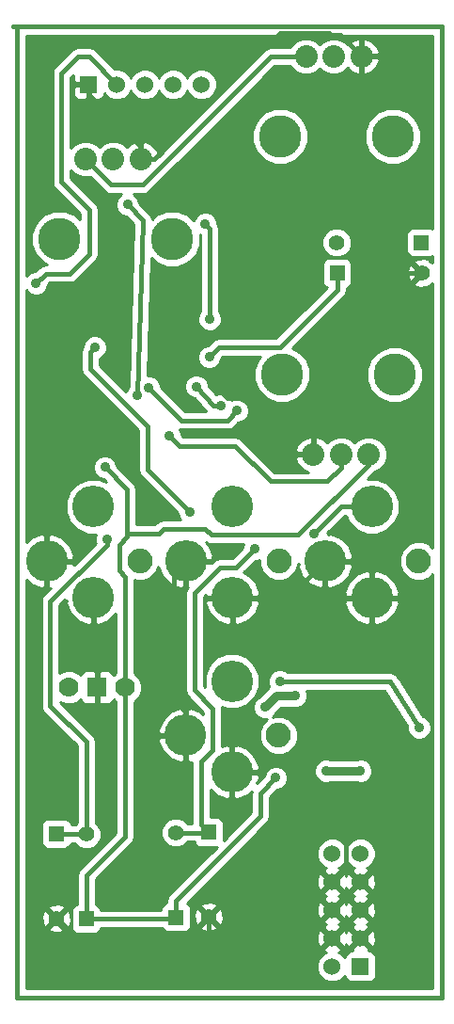
<source format=gbl>
G04 (created by PCBNEW-RS274X (2012-apr-16-27)-stable) date Thu 18 Jun 2015 14:37:37 CEST*
G01*
G70*
G90*
%MOIN*%
G04 Gerber Fmt 3.4, Leading zero omitted, Abs format*
%FSLAX34Y34*%
G04 APERTURE LIST*
%ADD10C,0.006000*%
%ADD11C,0.015000*%
%ADD12O,0.080000X0.080000*%
%ADD13C,0.150000*%
%ADD14R,0.060000X0.060000*%
%ADD15C,0.060000*%
%ADD16C,0.070000*%
%ADD17R,0.070000X0.070000*%
%ADD18O,0.147600X0.147600*%
%ADD19O,0.088500X0.088500*%
%ADD20R,0.055000X0.055000*%
%ADD21C,0.055000*%
%ADD22C,0.035000*%
%ADD23C,0.031500*%
%ADD24C,0.015700*%
%ADD25C,0.010000*%
G04 APERTURE END LIST*
G54D10*
G54D11*
X49460Y-50960D02*
X49460Y-16580D01*
X64520Y-50960D02*
X49460Y-50960D01*
X64520Y-16560D02*
X64520Y-50960D01*
X49320Y-16560D02*
X64520Y-16560D01*
G54D12*
X59968Y-31727D03*
X60952Y-31727D03*
X61936Y-31727D03*
G54D13*
X58863Y-28900D03*
X62853Y-28900D03*
G54D12*
X53859Y-21267D03*
X52875Y-21267D03*
X51891Y-21267D03*
G54D13*
X54964Y-24094D03*
X50974Y-24094D03*
G54D12*
X61679Y-17627D03*
X60695Y-17627D03*
X59711Y-17627D03*
G54D13*
X62784Y-20454D03*
X58794Y-20454D03*
G54D14*
X61640Y-49860D03*
G54D15*
X60640Y-49860D03*
X61640Y-48860D03*
X60640Y-48860D03*
X61640Y-47860D03*
X60640Y-47860D03*
X61640Y-46860D03*
X60640Y-46860D03*
X61640Y-45860D03*
X60640Y-45860D03*
G54D14*
X52000Y-18620D03*
G54D15*
X53000Y-18620D03*
X54000Y-18620D03*
X55000Y-18620D03*
X56000Y-18620D03*
G54D16*
X51300Y-39980D03*
G54D17*
X52300Y-39980D03*
G54D16*
X53300Y-39980D03*
G54D18*
X50512Y-35500D03*
X52165Y-33571D03*
X52165Y-36799D03*
G54D19*
X53818Y-35500D03*
G54D18*
X55434Y-41680D03*
X57087Y-39751D03*
X57087Y-42979D03*
G54D19*
X58740Y-41680D03*
G54D18*
X60394Y-35500D03*
X62047Y-33571D03*
X62047Y-36799D03*
G54D19*
X63700Y-35500D03*
G54D18*
X55447Y-35500D03*
X57100Y-33571D03*
X57100Y-36799D03*
G54D19*
X58753Y-35500D03*
G54D20*
X50860Y-45160D03*
G54D21*
X50860Y-48160D03*
G54D20*
X51920Y-48180D03*
G54D21*
X51920Y-45180D03*
G54D20*
X60820Y-25300D03*
G54D21*
X63820Y-25300D03*
G54D20*
X63800Y-24220D03*
G54D21*
X60800Y-24220D03*
G54D20*
X56260Y-45100D03*
G54D21*
X56260Y-48100D03*
G54D20*
X55100Y-48120D03*
G54D21*
X55100Y-45120D03*
G54D22*
X58260Y-40680D03*
X59340Y-40280D03*
X58640Y-43180D03*
X52580Y-32180D03*
X60420Y-42940D03*
X61640Y-42940D03*
X54860Y-31060D03*
X53380Y-22880D03*
X53740Y-29620D03*
X57880Y-35080D03*
X57260Y-30180D03*
X54140Y-29360D03*
X55820Y-29320D03*
X56700Y-30000D03*
X52660Y-34740D03*
X56280Y-28280D03*
X59980Y-34540D03*
X55580Y-33760D03*
X52220Y-27940D03*
X56300Y-26940D03*
X56140Y-23560D03*
X50140Y-25660D03*
X54480Y-25520D03*
X59860Y-44140D03*
X58780Y-39760D03*
X63720Y-41400D03*
G54D23*
X58260Y-40680D02*
X58660Y-40280D01*
X58660Y-40280D02*
X59340Y-40280D01*
G54D24*
X51920Y-48180D02*
X51920Y-46640D01*
X54480Y-34540D02*
X54660Y-34360D01*
X59440Y-34580D02*
X61936Y-32084D01*
X56360Y-34580D02*
X59440Y-34580D01*
X56140Y-34360D02*
X56360Y-34580D01*
X58100Y-43720D02*
X58640Y-43180D01*
X51920Y-46640D02*
X53300Y-45260D01*
X53360Y-34540D02*
X54480Y-34540D01*
X55100Y-48120D02*
X55100Y-47540D01*
X53300Y-45260D02*
X53300Y-39980D01*
X54660Y-34360D02*
X56140Y-34360D01*
X55100Y-47540D02*
X58100Y-44540D01*
X58100Y-44540D02*
X58100Y-43720D01*
X53360Y-32960D02*
X53360Y-34540D01*
X61936Y-32084D02*
X61936Y-31727D01*
X51920Y-48180D02*
X55040Y-48180D01*
X52804Y-22180D02*
X51891Y-21267D01*
X53940Y-22180D02*
X52804Y-22180D01*
X53360Y-34640D02*
X53080Y-34920D01*
X53300Y-36060D02*
X53300Y-39980D01*
X53360Y-34540D02*
X53360Y-34640D01*
X54940Y-21180D02*
X53940Y-22180D01*
X58473Y-17627D02*
X54940Y-21160D01*
X53080Y-34920D02*
X53080Y-35840D01*
X59711Y-17627D02*
X58473Y-17627D01*
X54940Y-21160D02*
X54940Y-21180D01*
X55040Y-48180D02*
X55100Y-48120D01*
X53080Y-35840D02*
X53300Y-36060D01*
X52580Y-32180D02*
X53360Y-32960D01*
G54D23*
X60420Y-42940D02*
X61640Y-42940D01*
G54D24*
X54860Y-31060D02*
X55220Y-31420D01*
X57200Y-31420D02*
X58460Y-32680D01*
X60952Y-32188D02*
X60952Y-31727D01*
X58460Y-32680D02*
X60460Y-32680D01*
X60460Y-32680D02*
X60952Y-32188D01*
X55220Y-31420D02*
X57200Y-31420D01*
X53380Y-22880D02*
X53920Y-23420D01*
X53920Y-23420D02*
X53740Y-29620D01*
X56000Y-42600D02*
X56000Y-44840D01*
X54140Y-29360D02*
X55300Y-30520D01*
X57220Y-35740D02*
X56660Y-35740D01*
X56400Y-40720D02*
X56400Y-42200D01*
X56240Y-45120D02*
X56260Y-45100D01*
X55760Y-36640D02*
X55760Y-40080D01*
X57880Y-35080D02*
X57220Y-35740D01*
X56400Y-42200D02*
X56000Y-42600D01*
X55300Y-30520D02*
X56920Y-30520D01*
X56920Y-30520D02*
X57260Y-30180D01*
X56660Y-35740D02*
X55760Y-36640D01*
X55100Y-45120D02*
X56240Y-45120D01*
X56000Y-44840D02*
X56260Y-45100D01*
X55760Y-40080D02*
X56400Y-40720D01*
X52660Y-34920D02*
X52660Y-34740D01*
X50640Y-40620D02*
X50640Y-36940D01*
X50860Y-45160D02*
X51900Y-45160D01*
X51900Y-45160D02*
X51920Y-45180D01*
X51920Y-41900D02*
X50640Y-40620D01*
X50640Y-36940D02*
X52660Y-34920D01*
X56420Y-30000D02*
X56700Y-30000D01*
X55820Y-29320D02*
X56420Y-30000D01*
X51920Y-45180D02*
X51920Y-41900D01*
X58780Y-27940D02*
X56620Y-27940D01*
X56620Y-27940D02*
X56280Y-28280D01*
X60820Y-25900D02*
X58780Y-27940D01*
X60820Y-25300D02*
X60820Y-25900D01*
X60949Y-33571D02*
X62047Y-33571D01*
X59980Y-34540D02*
X60949Y-33571D01*
X54100Y-30740D02*
X52060Y-28700D01*
X52060Y-28100D02*
X52220Y-27940D01*
X55580Y-33760D02*
X54100Y-32280D01*
X54100Y-32280D02*
X54100Y-30740D01*
X52060Y-28700D02*
X52060Y-28100D01*
X56140Y-23560D02*
X56300Y-23720D01*
X56300Y-23720D02*
X56300Y-26940D01*
X52020Y-23060D02*
X51040Y-22080D01*
X50140Y-25660D02*
X50480Y-25320D01*
X51320Y-25320D02*
X52020Y-24620D01*
X51640Y-17640D02*
X52020Y-17640D01*
X51040Y-18240D02*
X51640Y-17640D01*
X52020Y-17640D02*
X53000Y-18620D01*
X52020Y-24620D02*
X52020Y-23060D01*
X50480Y-25320D02*
X51320Y-25320D01*
X51040Y-22080D02*
X51040Y-18240D01*
X55080Y-27880D02*
X56940Y-29740D01*
X56940Y-29740D02*
X58060Y-29740D01*
X58060Y-29740D02*
X58640Y-30320D01*
X59620Y-30320D02*
X59800Y-30320D01*
X58640Y-30320D02*
X59620Y-30320D01*
X60520Y-16800D02*
X60600Y-16880D01*
X54480Y-25520D02*
X55080Y-26120D01*
X61679Y-23839D02*
X61679Y-17627D01*
X55080Y-26120D02*
X55080Y-27880D01*
X59916Y-30320D02*
X59968Y-30268D01*
X63140Y-25300D02*
X61679Y-23839D01*
X63820Y-25300D02*
X63140Y-25300D01*
X60640Y-46800D02*
X61140Y-46300D01*
X56260Y-48600D02*
X56260Y-48100D01*
X55800Y-49060D02*
X56260Y-48600D01*
X51660Y-49060D02*
X55800Y-49060D01*
X50860Y-48260D02*
X51660Y-49060D01*
X61140Y-46300D02*
X61140Y-45420D01*
X50860Y-48160D02*
X50860Y-48260D01*
X59620Y-30320D02*
X59916Y-30320D01*
X61140Y-45420D02*
X59860Y-44140D01*
X60640Y-46860D02*
X60640Y-46800D01*
X55020Y-40420D02*
X55020Y-35927D01*
X59968Y-30268D02*
X59968Y-29572D01*
X59968Y-29572D02*
X63100Y-26440D01*
X59968Y-31727D02*
X59968Y-30268D01*
X60932Y-16880D02*
X61679Y-17627D01*
X53859Y-21267D02*
X54333Y-21267D01*
X54333Y-21267D02*
X58800Y-16800D01*
X63100Y-26020D02*
X63820Y-25300D01*
X55434Y-40834D02*
X55020Y-40420D01*
X59095Y-36799D02*
X60394Y-35500D01*
X55434Y-41680D02*
X55434Y-40834D01*
X55020Y-35927D02*
X55447Y-35500D01*
X63100Y-26440D02*
X63100Y-26020D01*
X57100Y-36799D02*
X59095Y-36799D01*
X52000Y-18620D02*
X52000Y-18980D01*
X60600Y-16880D02*
X60932Y-16880D01*
X53859Y-20839D02*
X53859Y-21267D01*
X58800Y-16800D02*
X60520Y-16800D01*
X52000Y-18980D02*
X53859Y-20839D01*
X63720Y-41400D02*
X62680Y-39760D01*
X62680Y-39760D02*
X58780Y-39760D01*
G54D10*
G36*
X57491Y-34908D02*
X57455Y-34995D01*
X57455Y-35041D01*
X57084Y-35412D01*
X56660Y-35412D01*
X56659Y-35412D01*
X56534Y-35437D01*
X56428Y-35508D01*
X56425Y-35511D01*
X56379Y-35557D01*
X56377Y-35550D01*
X55497Y-35550D01*
X55497Y-36424D01*
X55514Y-36428D01*
X55457Y-36514D01*
X55432Y-36640D01*
X55432Y-40080D01*
X55457Y-40206D01*
X55528Y-40312D01*
X56072Y-40856D01*
X56072Y-40940D01*
X55977Y-40848D01*
X55638Y-40714D01*
X55484Y-40756D01*
X55484Y-41580D01*
X55484Y-41630D01*
X55484Y-41730D01*
X55484Y-41780D01*
X55484Y-42604D01*
X55638Y-42646D01*
X55672Y-42632D01*
X55672Y-44792D01*
X55514Y-44792D01*
X55398Y-44675D01*
X55384Y-44669D01*
X55384Y-42604D01*
X55384Y-41730D01*
X55384Y-41630D01*
X55384Y-40756D01*
X55230Y-40714D01*
X54891Y-40848D01*
X54614Y-41119D01*
X54462Y-41475D01*
X54504Y-41630D01*
X55384Y-41630D01*
X55384Y-41730D01*
X54504Y-41730D01*
X54462Y-41885D01*
X54614Y-42241D01*
X54891Y-42512D01*
X55230Y-42646D01*
X55384Y-42604D01*
X55384Y-44669D01*
X55205Y-44595D01*
X54996Y-44595D01*
X54803Y-44675D01*
X54655Y-44822D01*
X54575Y-45015D01*
X54575Y-45224D01*
X54655Y-45417D01*
X54802Y-45565D01*
X54995Y-45645D01*
X55204Y-45645D01*
X55397Y-45565D01*
X55514Y-45448D01*
X55745Y-45448D01*
X55774Y-45516D01*
X55844Y-45586D01*
X55935Y-45624D01*
X56034Y-45624D01*
X56552Y-45624D01*
X54868Y-47308D01*
X54797Y-47414D01*
X54772Y-47540D01*
X54772Y-47597D01*
X54684Y-47634D01*
X54614Y-47704D01*
X54576Y-47795D01*
X54576Y-47852D01*
X52442Y-47852D01*
X52406Y-47764D01*
X52336Y-47694D01*
X52248Y-47657D01*
X52248Y-46775D01*
X53528Y-45494D01*
X53531Y-45492D01*
X53532Y-45492D01*
X53603Y-45386D01*
X53628Y-45260D01*
X53628Y-40492D01*
X53639Y-40488D01*
X53808Y-40319D01*
X53899Y-40099D01*
X53899Y-39861D01*
X53808Y-39641D01*
X53639Y-39472D01*
X53628Y-39467D01*
X53628Y-36169D01*
X53682Y-36192D01*
X53952Y-36192D01*
X54202Y-36089D01*
X54393Y-35898D01*
X54477Y-35695D01*
X54475Y-35705D01*
X54627Y-36061D01*
X54904Y-36332D01*
X55243Y-36466D01*
X55397Y-36424D01*
X55397Y-35600D01*
X55397Y-35550D01*
X55397Y-35450D01*
X55497Y-35450D01*
X55547Y-35450D01*
X56377Y-35450D01*
X56419Y-35295D01*
X56267Y-34939D01*
X56157Y-34831D01*
X56234Y-34883D01*
X56235Y-34883D01*
X56360Y-34908D01*
X57491Y-34908D01*
X57491Y-34908D01*
G37*
G54D25*
X57491Y-34908D02*
X57455Y-34995D01*
X57455Y-35041D01*
X57084Y-35412D01*
X56660Y-35412D01*
X56659Y-35412D01*
X56534Y-35437D01*
X56428Y-35508D01*
X56425Y-35511D01*
X56379Y-35557D01*
X56377Y-35550D01*
X55497Y-35550D01*
X55497Y-36424D01*
X55514Y-36428D01*
X55457Y-36514D01*
X55432Y-36640D01*
X55432Y-40080D01*
X55457Y-40206D01*
X55528Y-40312D01*
X56072Y-40856D01*
X56072Y-40940D01*
X55977Y-40848D01*
X55638Y-40714D01*
X55484Y-40756D01*
X55484Y-41580D01*
X55484Y-41630D01*
X55484Y-41730D01*
X55484Y-41780D01*
X55484Y-42604D01*
X55638Y-42646D01*
X55672Y-42632D01*
X55672Y-44792D01*
X55514Y-44792D01*
X55398Y-44675D01*
X55384Y-44669D01*
X55384Y-42604D01*
X55384Y-41730D01*
X55384Y-41630D01*
X55384Y-40756D01*
X55230Y-40714D01*
X54891Y-40848D01*
X54614Y-41119D01*
X54462Y-41475D01*
X54504Y-41630D01*
X55384Y-41630D01*
X55384Y-41730D01*
X54504Y-41730D01*
X54462Y-41885D01*
X54614Y-42241D01*
X54891Y-42512D01*
X55230Y-42646D01*
X55384Y-42604D01*
X55384Y-44669D01*
X55205Y-44595D01*
X54996Y-44595D01*
X54803Y-44675D01*
X54655Y-44822D01*
X54575Y-45015D01*
X54575Y-45224D01*
X54655Y-45417D01*
X54802Y-45565D01*
X54995Y-45645D01*
X55204Y-45645D01*
X55397Y-45565D01*
X55514Y-45448D01*
X55745Y-45448D01*
X55774Y-45516D01*
X55844Y-45586D01*
X55935Y-45624D01*
X56034Y-45624D01*
X56552Y-45624D01*
X54868Y-47308D01*
X54797Y-47414D01*
X54772Y-47540D01*
X54772Y-47597D01*
X54684Y-47634D01*
X54614Y-47704D01*
X54576Y-47795D01*
X54576Y-47852D01*
X52442Y-47852D01*
X52406Y-47764D01*
X52336Y-47694D01*
X52248Y-47657D01*
X52248Y-46775D01*
X53528Y-45494D01*
X53531Y-45492D01*
X53532Y-45492D01*
X53603Y-45386D01*
X53628Y-45260D01*
X53628Y-40492D01*
X53639Y-40488D01*
X53808Y-40319D01*
X53899Y-40099D01*
X53899Y-39861D01*
X53808Y-39641D01*
X53639Y-39472D01*
X53628Y-39467D01*
X53628Y-36169D01*
X53682Y-36192D01*
X53952Y-36192D01*
X54202Y-36089D01*
X54393Y-35898D01*
X54477Y-35695D01*
X54475Y-35705D01*
X54627Y-36061D01*
X54904Y-36332D01*
X55243Y-36466D01*
X55397Y-36424D01*
X55397Y-35600D01*
X55397Y-35550D01*
X55397Y-35450D01*
X55497Y-35450D01*
X55547Y-35450D01*
X56377Y-35450D01*
X56419Y-35295D01*
X56267Y-34939D01*
X56157Y-34831D01*
X56234Y-34883D01*
X56235Y-34883D01*
X56360Y-34908D01*
X57491Y-34908D01*
G54D10*
G36*
X64195Y-50635D02*
X64145Y-50635D01*
X64145Y-41485D01*
X64145Y-41316D01*
X64081Y-41160D01*
X63961Y-41040D01*
X63852Y-40994D01*
X63019Y-39681D01*
X63019Y-37004D01*
X63019Y-36594D01*
X62867Y-36238D01*
X62590Y-35967D01*
X62251Y-35833D01*
X62097Y-35875D01*
X62097Y-36749D01*
X62977Y-36749D01*
X63019Y-36594D01*
X63019Y-37004D01*
X62977Y-36849D01*
X62097Y-36849D01*
X62097Y-37723D01*
X62251Y-37765D01*
X62590Y-37631D01*
X62867Y-37360D01*
X63019Y-37004D01*
X63019Y-39681D01*
X62957Y-39584D01*
X62932Y-39557D01*
X62912Y-39528D01*
X62888Y-39511D01*
X62868Y-39491D01*
X62835Y-39476D01*
X62806Y-39457D01*
X62778Y-39451D01*
X62752Y-39440D01*
X62716Y-39439D01*
X62680Y-39432D01*
X61997Y-39432D01*
X61997Y-37723D01*
X61997Y-36849D01*
X61997Y-36749D01*
X61997Y-35875D01*
X61843Y-35833D01*
X61504Y-35967D01*
X61366Y-36102D01*
X61366Y-35705D01*
X61324Y-35550D01*
X60444Y-35550D01*
X60444Y-36424D01*
X60598Y-36466D01*
X60937Y-36332D01*
X61214Y-36061D01*
X61366Y-35705D01*
X61366Y-36102D01*
X61227Y-36238D01*
X61075Y-36594D01*
X61117Y-36749D01*
X61997Y-36749D01*
X61997Y-36849D01*
X61117Y-36849D01*
X61075Y-37004D01*
X61227Y-37360D01*
X61504Y-37631D01*
X61843Y-37765D01*
X61997Y-37723D01*
X61997Y-39432D01*
X60344Y-39432D01*
X59053Y-39432D01*
X59021Y-39400D01*
X58865Y-39335D01*
X58696Y-39335D01*
X58540Y-39399D01*
X58420Y-39519D01*
X58355Y-39675D01*
X58355Y-39844D01*
X58406Y-39969D01*
X58372Y-39992D01*
X58370Y-39994D01*
X58072Y-40291D01*
X58072Y-37004D01*
X58030Y-36849D01*
X57150Y-36849D01*
X57150Y-37723D01*
X57304Y-37765D01*
X57643Y-37631D01*
X57920Y-37360D01*
X58072Y-37004D01*
X58072Y-40291D01*
X58062Y-40301D01*
X58020Y-40319D01*
X57900Y-40439D01*
X57835Y-40595D01*
X57835Y-40764D01*
X57899Y-40920D01*
X58019Y-41040D01*
X58175Y-41105D01*
X58342Y-41105D01*
X58165Y-41282D01*
X58061Y-41531D01*
X58061Y-41801D01*
X58061Y-41827D01*
X58164Y-42077D01*
X58355Y-42268D01*
X58604Y-42372D01*
X58874Y-42372D01*
X59124Y-42269D01*
X59315Y-42078D01*
X59419Y-41829D01*
X59419Y-41559D01*
X59419Y-41533D01*
X59316Y-41283D01*
X59125Y-41092D01*
X58876Y-40988D01*
X58606Y-40988D01*
X58515Y-41025D01*
X58620Y-40921D01*
X58638Y-40877D01*
X58828Y-40687D01*
X59211Y-40687D01*
X59255Y-40705D01*
X59424Y-40705D01*
X59580Y-40641D01*
X59700Y-40521D01*
X59765Y-40365D01*
X59765Y-40196D01*
X59720Y-40088D01*
X62499Y-40088D01*
X63295Y-41341D01*
X63295Y-41484D01*
X63359Y-41640D01*
X63479Y-41760D01*
X63635Y-41825D01*
X63804Y-41825D01*
X63960Y-41761D01*
X64080Y-41641D01*
X64145Y-41485D01*
X64145Y-50635D01*
X62189Y-50635D01*
X62189Y-50210D01*
X62189Y-50111D01*
X62189Y-49511D01*
X62189Y-45969D01*
X62189Y-45751D01*
X62105Y-45549D01*
X62065Y-45509D01*
X62065Y-43025D01*
X62065Y-42856D01*
X62001Y-42700D01*
X61881Y-42580D01*
X61725Y-42515D01*
X61556Y-42515D01*
X61512Y-42533D01*
X60548Y-42533D01*
X60505Y-42515D01*
X60336Y-42515D01*
X60180Y-42579D01*
X60060Y-42699D01*
X59995Y-42855D01*
X59995Y-43024D01*
X60059Y-43180D01*
X60179Y-43300D01*
X60335Y-43365D01*
X60504Y-43365D01*
X60547Y-43347D01*
X61511Y-43347D01*
X61555Y-43365D01*
X61724Y-43365D01*
X61880Y-43301D01*
X62000Y-43181D01*
X62065Y-43025D01*
X62065Y-45509D01*
X61951Y-45395D01*
X61749Y-45311D01*
X61531Y-45311D01*
X61329Y-45395D01*
X61175Y-45549D01*
X61140Y-45633D01*
X61105Y-45549D01*
X60951Y-45395D01*
X60749Y-45311D01*
X60531Y-45311D01*
X60329Y-45395D01*
X60175Y-45549D01*
X60091Y-45751D01*
X60091Y-45969D01*
X60175Y-46171D01*
X60329Y-46325D01*
X60420Y-46362D01*
X60359Y-46388D01*
X60332Y-46482D01*
X60640Y-46789D01*
X60948Y-46482D01*
X60921Y-46388D01*
X60855Y-46364D01*
X60951Y-46325D01*
X61105Y-46171D01*
X61140Y-46086D01*
X61175Y-46171D01*
X61329Y-46325D01*
X61420Y-46362D01*
X61359Y-46388D01*
X61332Y-46482D01*
X61640Y-46789D01*
X61948Y-46482D01*
X61921Y-46388D01*
X61855Y-46364D01*
X61951Y-46325D01*
X62105Y-46171D01*
X62189Y-45969D01*
X62189Y-49511D01*
X62183Y-49496D01*
X62183Y-48939D01*
X62183Y-47939D01*
X62183Y-46939D01*
X62172Y-46726D01*
X62112Y-46579D01*
X62018Y-46552D01*
X61711Y-46860D01*
X62018Y-47168D01*
X62112Y-47141D01*
X62183Y-46939D01*
X62183Y-47939D01*
X62172Y-47726D01*
X62112Y-47579D01*
X62018Y-47552D01*
X61948Y-47622D01*
X61948Y-47482D01*
X61921Y-47388D01*
X61847Y-47362D01*
X61921Y-47332D01*
X61948Y-47238D01*
X61640Y-46931D01*
X61569Y-47001D01*
X61569Y-46860D01*
X61262Y-46552D01*
X61168Y-46579D01*
X61142Y-46652D01*
X61112Y-46579D01*
X61018Y-46552D01*
X60711Y-46860D01*
X61018Y-47168D01*
X61112Y-47141D01*
X61137Y-47067D01*
X61168Y-47141D01*
X61262Y-47168D01*
X61569Y-46860D01*
X61569Y-47001D01*
X61332Y-47238D01*
X61359Y-47332D01*
X61432Y-47357D01*
X61359Y-47388D01*
X61332Y-47482D01*
X61640Y-47789D01*
X61948Y-47482D01*
X61948Y-47622D01*
X61711Y-47860D01*
X62018Y-48168D01*
X62112Y-48141D01*
X62183Y-47939D01*
X62183Y-48939D01*
X62172Y-48726D01*
X62112Y-48579D01*
X62018Y-48552D01*
X61948Y-48622D01*
X61948Y-48482D01*
X61921Y-48388D01*
X61847Y-48362D01*
X61921Y-48332D01*
X61948Y-48238D01*
X61640Y-47931D01*
X61569Y-48001D01*
X61569Y-47860D01*
X61262Y-47552D01*
X61168Y-47579D01*
X61142Y-47652D01*
X61112Y-47579D01*
X61018Y-47552D01*
X60948Y-47622D01*
X60948Y-47482D01*
X60921Y-47388D01*
X60847Y-47362D01*
X60921Y-47332D01*
X60948Y-47238D01*
X60640Y-46931D01*
X60569Y-47001D01*
X60569Y-46860D01*
X60262Y-46552D01*
X60168Y-46579D01*
X60097Y-46781D01*
X60108Y-46994D01*
X60168Y-47141D01*
X60262Y-47168D01*
X60569Y-46860D01*
X60569Y-47001D01*
X60332Y-47238D01*
X60359Y-47332D01*
X60432Y-47357D01*
X60359Y-47388D01*
X60332Y-47482D01*
X60640Y-47789D01*
X60948Y-47482D01*
X60948Y-47622D01*
X60711Y-47860D01*
X61018Y-48168D01*
X61112Y-48141D01*
X61137Y-48067D01*
X61168Y-48141D01*
X61262Y-48168D01*
X61569Y-47860D01*
X61569Y-48001D01*
X61332Y-48238D01*
X61359Y-48332D01*
X61432Y-48357D01*
X61359Y-48388D01*
X61332Y-48482D01*
X61640Y-48789D01*
X61948Y-48482D01*
X61948Y-48622D01*
X61711Y-48860D01*
X62018Y-49168D01*
X62112Y-49141D01*
X62183Y-48939D01*
X62183Y-49496D01*
X62151Y-49419D01*
X62081Y-49349D01*
X61990Y-49311D01*
X61927Y-49311D01*
X61948Y-49238D01*
X61640Y-48931D01*
X61569Y-49001D01*
X61569Y-48860D01*
X61262Y-48552D01*
X61168Y-48579D01*
X61142Y-48652D01*
X61112Y-48579D01*
X61018Y-48552D01*
X60948Y-48622D01*
X60948Y-48482D01*
X60921Y-48388D01*
X60847Y-48362D01*
X60921Y-48332D01*
X60948Y-48238D01*
X60640Y-47931D01*
X60569Y-48001D01*
X60569Y-47860D01*
X60262Y-47552D01*
X60168Y-47579D01*
X60097Y-47781D01*
X60108Y-47994D01*
X60168Y-48141D01*
X60262Y-48168D01*
X60569Y-47860D01*
X60569Y-48001D01*
X60332Y-48238D01*
X60359Y-48332D01*
X60432Y-48357D01*
X60359Y-48388D01*
X60332Y-48482D01*
X60640Y-48789D01*
X60948Y-48482D01*
X60948Y-48622D01*
X60711Y-48860D01*
X61018Y-49168D01*
X61112Y-49141D01*
X61137Y-49067D01*
X61168Y-49141D01*
X61262Y-49168D01*
X61569Y-48860D01*
X61569Y-49001D01*
X61332Y-49238D01*
X61352Y-49311D01*
X61291Y-49311D01*
X61199Y-49349D01*
X61129Y-49419D01*
X61091Y-49510D01*
X61091Y-49535D01*
X60951Y-49395D01*
X60859Y-49357D01*
X60921Y-49332D01*
X60948Y-49238D01*
X60640Y-48931D01*
X60569Y-49001D01*
X60569Y-48860D01*
X60262Y-48552D01*
X60168Y-48579D01*
X60097Y-48781D01*
X60108Y-48994D01*
X60168Y-49141D01*
X60262Y-49168D01*
X60569Y-48860D01*
X60569Y-49001D01*
X60332Y-49238D01*
X60359Y-49332D01*
X60424Y-49355D01*
X60329Y-49395D01*
X60175Y-49549D01*
X60091Y-49751D01*
X60091Y-49969D01*
X60175Y-50171D01*
X60329Y-50325D01*
X60531Y-50409D01*
X60749Y-50409D01*
X60951Y-50325D01*
X61091Y-50185D01*
X61091Y-50209D01*
X61129Y-50301D01*
X61199Y-50371D01*
X61290Y-50409D01*
X61389Y-50409D01*
X61989Y-50409D01*
X62081Y-50371D01*
X62151Y-50301D01*
X62189Y-50210D01*
X62189Y-50635D01*
X56779Y-50635D01*
X56779Y-48174D01*
X56768Y-47970D01*
X56712Y-47833D01*
X56621Y-47810D01*
X56550Y-47881D01*
X56550Y-47739D01*
X56527Y-47648D01*
X56334Y-47581D01*
X56130Y-47592D01*
X55993Y-47648D01*
X55970Y-47739D01*
X56260Y-48029D01*
X56550Y-47739D01*
X56550Y-47881D01*
X56331Y-48100D01*
X56621Y-48390D01*
X56712Y-48367D01*
X56779Y-48174D01*
X56779Y-50635D01*
X56550Y-50635D01*
X56550Y-48461D01*
X56260Y-48171D01*
X56189Y-48242D01*
X56189Y-48100D01*
X55899Y-47810D01*
X55808Y-47833D01*
X55741Y-48026D01*
X55752Y-48230D01*
X55808Y-48367D01*
X55899Y-48390D01*
X56189Y-48100D01*
X56189Y-48242D01*
X55970Y-48461D01*
X55993Y-48552D01*
X56186Y-48619D01*
X56390Y-48608D01*
X56527Y-48552D01*
X56550Y-48461D01*
X56550Y-50635D01*
X51379Y-50635D01*
X51379Y-48234D01*
X51368Y-48030D01*
X51312Y-47893D01*
X51221Y-47870D01*
X51150Y-47941D01*
X51150Y-47799D01*
X51127Y-47708D01*
X50934Y-47641D01*
X50730Y-47652D01*
X50593Y-47708D01*
X50570Y-47799D01*
X50860Y-48089D01*
X51150Y-47799D01*
X51150Y-47941D01*
X50931Y-48160D01*
X51221Y-48450D01*
X51312Y-48427D01*
X51379Y-48234D01*
X51379Y-50635D01*
X51150Y-50635D01*
X51150Y-48521D01*
X50860Y-48231D01*
X50789Y-48302D01*
X50789Y-48160D01*
X50499Y-47870D01*
X50408Y-47893D01*
X50341Y-48086D01*
X50352Y-48290D01*
X50408Y-48427D01*
X50499Y-48450D01*
X50789Y-48160D01*
X50789Y-48302D01*
X50570Y-48521D01*
X50593Y-48612D01*
X50786Y-48679D01*
X50990Y-48668D01*
X51127Y-48612D01*
X51150Y-48521D01*
X51150Y-50635D01*
X49785Y-50635D01*
X49785Y-36151D01*
X49969Y-36332D01*
X50308Y-36466D01*
X50462Y-36424D01*
X50462Y-35600D01*
X50462Y-35550D01*
X50462Y-35450D01*
X50462Y-35400D01*
X50462Y-34576D01*
X50308Y-34534D01*
X49969Y-34668D01*
X49785Y-34848D01*
X49785Y-25906D01*
X49899Y-26020D01*
X50055Y-26085D01*
X50224Y-26085D01*
X50380Y-26021D01*
X50500Y-25901D01*
X50565Y-25745D01*
X50565Y-25699D01*
X50616Y-25648D01*
X51320Y-25648D01*
X51445Y-25623D01*
X51446Y-25623D01*
X51552Y-25552D01*
X52251Y-24853D01*
X52251Y-24852D01*
X52252Y-24852D01*
X52323Y-24746D01*
X52347Y-24621D01*
X52348Y-24620D01*
X52348Y-23060D01*
X52347Y-23059D01*
X52323Y-22934D01*
X52252Y-22828D01*
X52251Y-22827D01*
X51368Y-21944D01*
X51368Y-21658D01*
X51517Y-21807D01*
X51751Y-21905D01*
X52005Y-21905D01*
X52029Y-21905D01*
X52054Y-21894D01*
X52572Y-22412D01*
X52678Y-22483D01*
X52679Y-22483D01*
X52804Y-22508D01*
X53166Y-22508D01*
X53140Y-22519D01*
X53020Y-22639D01*
X52955Y-22795D01*
X52955Y-22964D01*
X53019Y-23120D01*
X53139Y-23240D01*
X53295Y-23305D01*
X53341Y-23305D01*
X53591Y-23554D01*
X53420Y-29338D01*
X53380Y-29379D01*
X53327Y-29503D01*
X52388Y-28564D01*
X52388Y-28330D01*
X52460Y-28301D01*
X52580Y-28181D01*
X52645Y-28025D01*
X52645Y-27856D01*
X52581Y-27700D01*
X52461Y-27580D01*
X52305Y-27515D01*
X52136Y-27515D01*
X51980Y-27579D01*
X51860Y-27699D01*
X51795Y-27855D01*
X51795Y-27917D01*
X51757Y-27974D01*
X51732Y-28100D01*
X51732Y-28700D01*
X51757Y-28826D01*
X51828Y-28932D01*
X53772Y-30876D01*
X53772Y-32280D01*
X53797Y-32406D01*
X53868Y-32512D01*
X55155Y-33799D01*
X55155Y-33844D01*
X55219Y-34000D01*
X55251Y-34032D01*
X54660Y-34032D01*
X54534Y-34057D01*
X54428Y-34128D01*
X54344Y-34212D01*
X53688Y-34212D01*
X53688Y-32960D01*
X53663Y-32835D01*
X53663Y-32834D01*
X53592Y-32728D01*
X53005Y-32141D01*
X53005Y-32096D01*
X52941Y-31940D01*
X52821Y-31820D01*
X52665Y-31755D01*
X52496Y-31755D01*
X52340Y-31819D01*
X52220Y-31939D01*
X52155Y-32095D01*
X52155Y-32264D01*
X52219Y-32420D01*
X52339Y-32540D01*
X52495Y-32605D01*
X52541Y-32605D01*
X52633Y-32697D01*
X52358Y-32583D01*
X51973Y-32583D01*
X51617Y-32730D01*
X51344Y-33003D01*
X51196Y-33359D01*
X51196Y-33744D01*
X51196Y-33782D01*
X51343Y-34138D01*
X51616Y-34411D01*
X51972Y-34559D01*
X52275Y-34559D01*
X52235Y-34655D01*
X52235Y-34824D01*
X52251Y-34865D01*
X51484Y-35631D01*
X51484Y-35295D01*
X51332Y-34939D01*
X51055Y-34668D01*
X50716Y-34534D01*
X50562Y-34576D01*
X50562Y-35450D01*
X51442Y-35450D01*
X51484Y-35295D01*
X51484Y-35631D01*
X51468Y-35647D01*
X51442Y-35550D01*
X50562Y-35550D01*
X50562Y-36424D01*
X50664Y-36451D01*
X50408Y-36708D01*
X50337Y-36814D01*
X50312Y-36940D01*
X50312Y-40620D01*
X50337Y-40746D01*
X50408Y-40852D01*
X51592Y-42036D01*
X51592Y-44765D01*
X51525Y-44832D01*
X51382Y-44832D01*
X51346Y-44744D01*
X51276Y-44674D01*
X51185Y-44636D01*
X51086Y-44636D01*
X50536Y-44636D01*
X50444Y-44674D01*
X50374Y-44744D01*
X50336Y-44835D01*
X50336Y-44934D01*
X50336Y-45484D01*
X50374Y-45576D01*
X50444Y-45646D01*
X50535Y-45684D01*
X50634Y-45684D01*
X51184Y-45684D01*
X51276Y-45646D01*
X51346Y-45576D01*
X51382Y-45488D01*
X51485Y-45488D01*
X51622Y-45625D01*
X51815Y-45705D01*
X52024Y-45705D01*
X52217Y-45625D01*
X52365Y-45478D01*
X52445Y-45285D01*
X52445Y-45076D01*
X52365Y-44883D01*
X52248Y-44765D01*
X52248Y-41900D01*
X52223Y-41775D01*
X52223Y-41774D01*
X52152Y-41668D01*
X50979Y-40495D01*
X51181Y-40579D01*
X51419Y-40579D01*
X51639Y-40488D01*
X51714Y-40412D01*
X51739Y-40471D01*
X51809Y-40541D01*
X51900Y-40579D01*
X51999Y-40579D01*
X52188Y-40580D01*
X52250Y-40518D01*
X52250Y-40080D01*
X52250Y-40030D01*
X52250Y-39930D01*
X52250Y-39880D01*
X52250Y-39442D01*
X52188Y-39380D01*
X52115Y-39380D01*
X51999Y-39381D01*
X51900Y-39381D01*
X51809Y-39419D01*
X51739Y-39489D01*
X51714Y-39547D01*
X51639Y-39472D01*
X51419Y-39381D01*
X51181Y-39381D01*
X50968Y-39469D01*
X50968Y-37075D01*
X51177Y-36866D01*
X51177Y-36899D01*
X51221Y-36899D01*
X51193Y-37004D01*
X51345Y-37360D01*
X51622Y-37631D01*
X51961Y-37765D01*
X52115Y-37723D01*
X52115Y-36899D01*
X52115Y-36849D01*
X52115Y-36749D01*
X52215Y-36749D01*
X52215Y-36849D01*
X52215Y-36899D01*
X52215Y-37723D01*
X52369Y-37765D01*
X52708Y-37631D01*
X52972Y-37372D01*
X52972Y-39467D01*
X52961Y-39472D01*
X52885Y-39547D01*
X52861Y-39489D01*
X52791Y-39419D01*
X52700Y-39381D01*
X52601Y-39381D01*
X52412Y-39380D01*
X52350Y-39442D01*
X52350Y-39880D01*
X52350Y-39930D01*
X52350Y-40030D01*
X52350Y-40080D01*
X52350Y-40518D01*
X52412Y-40580D01*
X52601Y-40579D01*
X52700Y-40579D01*
X52791Y-40541D01*
X52861Y-40471D01*
X52885Y-40412D01*
X52961Y-40488D01*
X52972Y-40492D01*
X52972Y-45124D01*
X51688Y-46408D01*
X51617Y-46514D01*
X51592Y-46640D01*
X51592Y-47657D01*
X51504Y-47694D01*
X51434Y-47764D01*
X51396Y-47855D01*
X51396Y-47954D01*
X51396Y-48504D01*
X51434Y-48596D01*
X51504Y-48666D01*
X51595Y-48704D01*
X51694Y-48704D01*
X52244Y-48704D01*
X52336Y-48666D01*
X52406Y-48596D01*
X52442Y-48508D01*
X54602Y-48508D01*
X54614Y-48536D01*
X54684Y-48606D01*
X54775Y-48644D01*
X54874Y-48644D01*
X55424Y-48644D01*
X55516Y-48606D01*
X55586Y-48536D01*
X55624Y-48445D01*
X55624Y-48346D01*
X55624Y-47796D01*
X55586Y-47704D01*
X55516Y-47634D01*
X55483Y-47620D01*
X58328Y-44774D01*
X58331Y-44772D01*
X58332Y-44772D01*
X58403Y-44666D01*
X58428Y-44540D01*
X58428Y-43855D01*
X58678Y-43605D01*
X58724Y-43605D01*
X58880Y-43541D01*
X59000Y-43421D01*
X59065Y-43265D01*
X59065Y-43096D01*
X59001Y-42940D01*
X58881Y-42820D01*
X58725Y-42755D01*
X58556Y-42755D01*
X58400Y-42819D01*
X58280Y-42939D01*
X58215Y-43095D01*
X58215Y-43141D01*
X57974Y-43381D01*
X58059Y-43184D01*
X58059Y-42774D01*
X57907Y-42418D01*
X57630Y-42147D01*
X57291Y-42013D01*
X57137Y-42055D01*
X57137Y-42929D01*
X58017Y-42929D01*
X58059Y-42774D01*
X58059Y-43184D01*
X58017Y-43029D01*
X57137Y-43029D01*
X57137Y-43903D01*
X57291Y-43945D01*
X57630Y-43811D01*
X57783Y-43660D01*
X57772Y-43720D01*
X57772Y-44404D01*
X56784Y-45392D01*
X56784Y-45326D01*
X56784Y-44776D01*
X56746Y-44684D01*
X56676Y-44614D01*
X56585Y-44576D01*
X56486Y-44576D01*
X56328Y-44576D01*
X56328Y-43599D01*
X56544Y-43811D01*
X56883Y-43945D01*
X57037Y-43903D01*
X57037Y-43079D01*
X57037Y-43029D01*
X57037Y-42929D01*
X57037Y-42879D01*
X57037Y-42055D01*
X56883Y-42013D01*
X56728Y-42074D01*
X56728Y-40720D01*
X56717Y-40665D01*
X56894Y-40739D01*
X57279Y-40739D01*
X57635Y-40592D01*
X57908Y-40319D01*
X58056Y-39963D01*
X58056Y-39578D01*
X58056Y-39540D01*
X57909Y-39184D01*
X57636Y-38911D01*
X57280Y-38763D01*
X57050Y-38763D01*
X57050Y-37723D01*
X57050Y-36849D01*
X56170Y-36849D01*
X56128Y-37004D01*
X56280Y-37360D01*
X56557Y-37631D01*
X56896Y-37765D01*
X57050Y-37723D01*
X57050Y-38763D01*
X56895Y-38763D01*
X56539Y-38910D01*
X56266Y-39183D01*
X56118Y-39539D01*
X56118Y-39924D01*
X56118Y-39962D01*
X56126Y-39982D01*
X56088Y-39944D01*
X56088Y-36775D01*
X56158Y-36705D01*
X56170Y-36749D01*
X57000Y-36749D01*
X57050Y-36749D01*
X57150Y-36749D01*
X57200Y-36749D01*
X58030Y-36749D01*
X58072Y-36594D01*
X57920Y-36238D01*
X57643Y-35967D01*
X57509Y-35914D01*
X57919Y-35505D01*
X57964Y-35505D01*
X58074Y-35459D01*
X58074Y-35621D01*
X58074Y-35647D01*
X58177Y-35897D01*
X58368Y-36088D01*
X58617Y-36192D01*
X58887Y-36192D01*
X59137Y-36089D01*
X59328Y-35898D01*
X59432Y-35649D01*
X59432Y-35600D01*
X59450Y-35600D01*
X59422Y-35705D01*
X59574Y-36061D01*
X59851Y-36332D01*
X60190Y-36466D01*
X60344Y-36424D01*
X60344Y-35600D01*
X60344Y-35550D01*
X60344Y-35450D01*
X60444Y-35450D01*
X60494Y-35450D01*
X61324Y-35450D01*
X61366Y-35295D01*
X61214Y-34939D01*
X60937Y-34668D01*
X60598Y-34534D01*
X60494Y-34562D01*
X60494Y-34512D01*
X60472Y-34512D01*
X61085Y-33899D01*
X61126Y-33899D01*
X61225Y-34138D01*
X61498Y-34411D01*
X61854Y-34559D01*
X62239Y-34559D01*
X62595Y-34412D01*
X62868Y-34139D01*
X63016Y-33783D01*
X63016Y-33398D01*
X63016Y-33360D01*
X62869Y-33004D01*
X62596Y-32731D01*
X62240Y-32583D01*
X61901Y-32583D01*
X62150Y-32333D01*
X62309Y-32268D01*
X62488Y-32089D01*
X62586Y-31855D01*
X62586Y-31601D01*
X62489Y-31366D01*
X62310Y-31187D01*
X62076Y-31089D01*
X61822Y-31089D01*
X61798Y-31089D01*
X61563Y-31186D01*
X61444Y-31305D01*
X61344Y-31205D01*
X61344Y-25625D01*
X61344Y-25526D01*
X61344Y-24976D01*
X61325Y-24930D01*
X61325Y-24325D01*
X61325Y-24116D01*
X61245Y-23923D01*
X61098Y-23775D01*
X60905Y-23695D01*
X60696Y-23695D01*
X60503Y-23775D01*
X60355Y-23922D01*
X60275Y-24115D01*
X60275Y-24324D01*
X60355Y-24517D01*
X60502Y-24665D01*
X60695Y-24745D01*
X60904Y-24745D01*
X61097Y-24665D01*
X61245Y-24518D01*
X61325Y-24325D01*
X61325Y-24930D01*
X61306Y-24884D01*
X61236Y-24814D01*
X61145Y-24776D01*
X61046Y-24776D01*
X60496Y-24776D01*
X60404Y-24814D01*
X60334Y-24884D01*
X60296Y-24975D01*
X60296Y-25074D01*
X60296Y-25624D01*
X60334Y-25716D01*
X60404Y-25786D01*
X60450Y-25805D01*
X59794Y-26461D01*
X59794Y-20654D01*
X59794Y-20256D01*
X59642Y-19888D01*
X59361Y-19607D01*
X58994Y-19454D01*
X58596Y-19454D01*
X58228Y-19606D01*
X57947Y-19887D01*
X57794Y-20254D01*
X57794Y-20652D01*
X57946Y-21020D01*
X58227Y-21301D01*
X58594Y-21454D01*
X58992Y-21454D01*
X59360Y-21302D01*
X59641Y-21021D01*
X59794Y-20654D01*
X59794Y-26461D01*
X58644Y-27612D01*
X56620Y-27612D01*
X56619Y-27612D01*
X56494Y-27637D01*
X56388Y-27708D01*
X56387Y-27708D01*
X56387Y-27709D01*
X56241Y-27855D01*
X56196Y-27855D01*
X56040Y-27919D01*
X55920Y-28039D01*
X55855Y-28195D01*
X55855Y-28364D01*
X55919Y-28520D01*
X56039Y-28640D01*
X56195Y-28705D01*
X56364Y-28705D01*
X56520Y-28641D01*
X56640Y-28521D01*
X56705Y-28365D01*
X56705Y-28319D01*
X56756Y-28268D01*
X58081Y-28268D01*
X58016Y-28333D01*
X57863Y-28700D01*
X57863Y-29098D01*
X58015Y-29466D01*
X58296Y-29747D01*
X58663Y-29900D01*
X59061Y-29900D01*
X59429Y-29748D01*
X59710Y-29467D01*
X59863Y-29100D01*
X59863Y-28702D01*
X59711Y-28334D01*
X59430Y-28053D01*
X59218Y-27965D01*
X61051Y-26133D01*
X61051Y-26132D01*
X61052Y-26132D01*
X61123Y-26026D01*
X61147Y-25901D01*
X61148Y-25900D01*
X61148Y-25822D01*
X61236Y-25786D01*
X61306Y-25716D01*
X61344Y-25625D01*
X61344Y-31205D01*
X61326Y-31187D01*
X61092Y-31089D01*
X60838Y-31089D01*
X60814Y-31089D01*
X60579Y-31186D01*
X60458Y-31306D01*
X60353Y-31194D01*
X60120Y-31087D01*
X60018Y-31133D01*
X60018Y-31627D01*
X60018Y-31677D01*
X60018Y-31777D01*
X59918Y-31777D01*
X59918Y-31677D01*
X59918Y-31133D01*
X59816Y-31087D01*
X59583Y-31194D01*
X59408Y-31382D01*
X59336Y-31576D01*
X59383Y-31677D01*
X59918Y-31677D01*
X59918Y-31777D01*
X59868Y-31777D01*
X59383Y-31777D01*
X59336Y-31878D01*
X59408Y-32072D01*
X59583Y-32260D01*
X59783Y-32352D01*
X58596Y-32352D01*
X57432Y-31188D01*
X57326Y-31117D01*
X57200Y-31092D01*
X55356Y-31092D01*
X55285Y-31021D01*
X55285Y-30976D01*
X55226Y-30833D01*
X55300Y-30848D01*
X56920Y-30848D01*
X57045Y-30823D01*
X57046Y-30823D01*
X57152Y-30752D01*
X57299Y-30605D01*
X57344Y-30605D01*
X57500Y-30541D01*
X57620Y-30421D01*
X57685Y-30265D01*
X57685Y-30096D01*
X57621Y-29940D01*
X57501Y-29820D01*
X57345Y-29755D01*
X57176Y-29755D01*
X57075Y-29796D01*
X57061Y-29760D01*
X56941Y-29640D01*
X56785Y-29575D01*
X56616Y-29575D01*
X56517Y-29615D01*
X56245Y-29306D01*
X56245Y-29236D01*
X56181Y-29080D01*
X56061Y-28960D01*
X55905Y-28895D01*
X55736Y-28895D01*
X55580Y-28959D01*
X55460Y-29079D01*
X55395Y-29235D01*
X55395Y-29404D01*
X55459Y-29560D01*
X55579Y-29680D01*
X55735Y-29745D01*
X55757Y-29745D01*
X56150Y-30192D01*
X55436Y-30192D01*
X54565Y-29321D01*
X54565Y-29276D01*
X54501Y-29120D01*
X54381Y-29000D01*
X54225Y-28935D01*
X54088Y-28935D01*
X54212Y-24756D01*
X54397Y-24941D01*
X54764Y-25094D01*
X55162Y-25094D01*
X55530Y-24942D01*
X55811Y-24661D01*
X55964Y-24294D01*
X55964Y-23947D01*
X55972Y-23950D01*
X55972Y-26667D01*
X55940Y-26699D01*
X55875Y-26855D01*
X55875Y-27024D01*
X55939Y-27180D01*
X56059Y-27300D01*
X56215Y-27365D01*
X56384Y-27365D01*
X56540Y-27301D01*
X56660Y-27181D01*
X56725Y-27025D01*
X56725Y-26856D01*
X56661Y-26700D01*
X56628Y-26667D01*
X56628Y-23720D01*
X56603Y-23595D01*
X56603Y-23594D01*
X56565Y-23537D01*
X56565Y-23476D01*
X56501Y-23320D01*
X56381Y-23200D01*
X56225Y-23135D01*
X56056Y-23135D01*
X55900Y-23199D01*
X55780Y-23319D01*
X55727Y-23443D01*
X55531Y-23247D01*
X55164Y-23094D01*
X54766Y-23094D01*
X54398Y-23246D01*
X54246Y-23397D01*
X54231Y-23304D01*
X54163Y-23196D01*
X54151Y-23188D01*
X54149Y-23186D01*
X53805Y-22841D01*
X53805Y-22796D01*
X53741Y-22640D01*
X53621Y-22520D01*
X53592Y-22508D01*
X53940Y-22508D01*
X54065Y-22483D01*
X54066Y-22483D01*
X54172Y-22412D01*
X55172Y-21412D01*
X55211Y-21352D01*
X55212Y-21351D01*
X58609Y-17955D01*
X59144Y-17955D01*
X59158Y-17988D01*
X59337Y-18167D01*
X59571Y-18265D01*
X59825Y-18265D01*
X59849Y-18265D01*
X60084Y-18168D01*
X60203Y-18049D01*
X60321Y-18167D01*
X60555Y-18265D01*
X60809Y-18265D01*
X60833Y-18265D01*
X61068Y-18168D01*
X61188Y-18047D01*
X61294Y-18160D01*
X61527Y-18267D01*
X61629Y-18221D01*
X61629Y-17727D01*
X61629Y-17677D01*
X61629Y-17577D01*
X61629Y-17527D01*
X61629Y-17033D01*
X61527Y-16987D01*
X61294Y-17094D01*
X61188Y-17206D01*
X61069Y-17087D01*
X60835Y-16989D01*
X60581Y-16989D01*
X60557Y-16989D01*
X60322Y-17086D01*
X60203Y-17205D01*
X60085Y-17087D01*
X59851Y-16989D01*
X59597Y-16989D01*
X59573Y-16989D01*
X59338Y-17086D01*
X59159Y-17265D01*
X59144Y-17299D01*
X58473Y-17299D01*
X58347Y-17324D01*
X58241Y-17395D01*
X54708Y-20928D01*
X54668Y-20987D01*
X54667Y-20988D01*
X54488Y-21167D01*
X54466Y-21167D01*
X54491Y-21116D01*
X54419Y-20922D01*
X54244Y-20734D01*
X54011Y-20627D01*
X53909Y-20673D01*
X53909Y-21167D01*
X53909Y-21217D01*
X53909Y-21317D01*
X53809Y-21317D01*
X53809Y-21217D01*
X53809Y-21167D01*
X53809Y-20673D01*
X53707Y-20627D01*
X53474Y-20734D01*
X53368Y-20846D01*
X53249Y-20727D01*
X53015Y-20629D01*
X52761Y-20629D01*
X52737Y-20629D01*
X52502Y-20726D01*
X52383Y-20845D01*
X52265Y-20727D01*
X52031Y-20629D01*
X51950Y-20629D01*
X51950Y-19108D01*
X51950Y-18670D01*
X51512Y-18670D01*
X51450Y-18732D01*
X51451Y-18871D01*
X51451Y-18970D01*
X51489Y-19061D01*
X51559Y-19131D01*
X51651Y-19169D01*
X51888Y-19170D01*
X51950Y-19108D01*
X51950Y-20629D01*
X51777Y-20629D01*
X51753Y-20629D01*
X51518Y-20726D01*
X51368Y-20876D01*
X51368Y-18376D01*
X51451Y-18293D01*
X51451Y-18369D01*
X51450Y-18508D01*
X51512Y-18570D01*
X51900Y-18570D01*
X51950Y-18570D01*
X52050Y-18570D01*
X52050Y-18670D01*
X52050Y-18720D01*
X52050Y-19108D01*
X52112Y-19170D01*
X52349Y-19169D01*
X52441Y-19131D01*
X52511Y-19061D01*
X52549Y-18970D01*
X52549Y-18945D01*
X52689Y-19085D01*
X52891Y-19169D01*
X53109Y-19169D01*
X53311Y-19085D01*
X53465Y-18931D01*
X53500Y-18846D01*
X53535Y-18931D01*
X53689Y-19085D01*
X53891Y-19169D01*
X54109Y-19169D01*
X54311Y-19085D01*
X54465Y-18931D01*
X54500Y-18846D01*
X54535Y-18931D01*
X54689Y-19085D01*
X54891Y-19169D01*
X55109Y-19169D01*
X55311Y-19085D01*
X55465Y-18931D01*
X55500Y-18846D01*
X55535Y-18931D01*
X55689Y-19085D01*
X55891Y-19169D01*
X56109Y-19169D01*
X56311Y-19085D01*
X56465Y-18931D01*
X56549Y-18729D01*
X56549Y-18511D01*
X56465Y-18309D01*
X56311Y-18155D01*
X56109Y-18071D01*
X55891Y-18071D01*
X55689Y-18155D01*
X55535Y-18309D01*
X55500Y-18393D01*
X55465Y-18309D01*
X55311Y-18155D01*
X55109Y-18071D01*
X54891Y-18071D01*
X54689Y-18155D01*
X54535Y-18309D01*
X54500Y-18393D01*
X54465Y-18309D01*
X54311Y-18155D01*
X54109Y-18071D01*
X53891Y-18071D01*
X53689Y-18155D01*
X53535Y-18309D01*
X53500Y-18393D01*
X53465Y-18309D01*
X53311Y-18155D01*
X53109Y-18071D01*
X52915Y-18071D01*
X52252Y-17408D01*
X52146Y-17337D01*
X52020Y-17312D01*
X51640Y-17312D01*
X51514Y-17337D01*
X51408Y-17408D01*
X50808Y-18008D01*
X50737Y-18114D01*
X50712Y-18240D01*
X50712Y-22080D01*
X50737Y-22206D01*
X50808Y-22312D01*
X51692Y-23196D01*
X51692Y-23398D01*
X51541Y-23247D01*
X51174Y-23094D01*
X50776Y-23094D01*
X50408Y-23246D01*
X50127Y-23527D01*
X49974Y-23894D01*
X49974Y-24292D01*
X50126Y-24660D01*
X50407Y-24941D01*
X50529Y-24992D01*
X50480Y-24992D01*
X50479Y-24992D01*
X50354Y-25017D01*
X50248Y-25088D01*
X50247Y-25088D01*
X50247Y-25089D01*
X50101Y-25235D01*
X50056Y-25235D01*
X49900Y-25299D01*
X49785Y-25414D01*
X49785Y-16885D01*
X64195Y-16885D01*
X64195Y-23725D01*
X64125Y-23696D01*
X64026Y-23696D01*
X63784Y-23696D01*
X63784Y-20654D01*
X63784Y-20256D01*
X63632Y-19888D01*
X63351Y-19607D01*
X62984Y-19454D01*
X62586Y-19454D01*
X62311Y-19567D01*
X62311Y-17778D01*
X62311Y-17476D01*
X62239Y-17282D01*
X62064Y-17094D01*
X61831Y-16987D01*
X61729Y-17033D01*
X61729Y-17577D01*
X62264Y-17577D01*
X62311Y-17476D01*
X62311Y-17778D01*
X62264Y-17677D01*
X61729Y-17677D01*
X61729Y-18221D01*
X61831Y-18267D01*
X62064Y-18160D01*
X62239Y-17972D01*
X62311Y-17778D01*
X62311Y-19567D01*
X62218Y-19606D01*
X61937Y-19887D01*
X61784Y-20254D01*
X61784Y-20652D01*
X61936Y-21020D01*
X62217Y-21301D01*
X62584Y-21454D01*
X62982Y-21454D01*
X63350Y-21302D01*
X63631Y-21021D01*
X63784Y-20654D01*
X63784Y-23696D01*
X63476Y-23696D01*
X63384Y-23734D01*
X63314Y-23804D01*
X63276Y-23895D01*
X63276Y-23994D01*
X63276Y-24544D01*
X63314Y-24636D01*
X63384Y-24706D01*
X63475Y-24744D01*
X63574Y-24744D01*
X64124Y-24744D01*
X64195Y-24714D01*
X64195Y-24920D01*
X64127Y-24852D01*
X64095Y-24883D01*
X64087Y-24848D01*
X63894Y-24781D01*
X63690Y-24792D01*
X63553Y-24848D01*
X63530Y-24939D01*
X63785Y-25194D01*
X63820Y-25229D01*
X63891Y-25300D01*
X63820Y-25371D01*
X63785Y-25406D01*
X63749Y-25442D01*
X63749Y-25300D01*
X63459Y-25010D01*
X63368Y-25033D01*
X63301Y-25226D01*
X63312Y-25430D01*
X63368Y-25567D01*
X63459Y-25590D01*
X63749Y-25300D01*
X63749Y-25442D01*
X63530Y-25661D01*
X63553Y-25752D01*
X63746Y-25819D01*
X63950Y-25808D01*
X64087Y-25752D01*
X64095Y-25716D01*
X64110Y-25731D01*
X64127Y-25748D01*
X64195Y-25680D01*
X64195Y-35022D01*
X64110Y-34937D01*
X64085Y-34912D01*
X63853Y-34815D01*
X63853Y-29100D01*
X63853Y-28702D01*
X63701Y-28334D01*
X63420Y-28053D01*
X63053Y-27900D01*
X62655Y-27900D01*
X62287Y-28052D01*
X62006Y-28333D01*
X61853Y-28700D01*
X61853Y-29098D01*
X62005Y-29466D01*
X62286Y-29747D01*
X62653Y-29900D01*
X63051Y-29900D01*
X63419Y-29748D01*
X63700Y-29467D01*
X63853Y-29100D01*
X63853Y-34815D01*
X63836Y-34808D01*
X63566Y-34808D01*
X63316Y-34911D01*
X63125Y-35102D01*
X63021Y-35351D01*
X63021Y-35621D01*
X63021Y-35647D01*
X63124Y-35897D01*
X63315Y-36088D01*
X63564Y-36192D01*
X63834Y-36192D01*
X64084Y-36089D01*
X64195Y-35978D01*
X64195Y-50635D01*
X64195Y-50635D01*
G37*
G54D25*
X64195Y-50635D02*
X64145Y-50635D01*
X64145Y-41485D01*
X64145Y-41316D01*
X64081Y-41160D01*
X63961Y-41040D01*
X63852Y-40994D01*
X63019Y-39681D01*
X63019Y-37004D01*
X63019Y-36594D01*
X62867Y-36238D01*
X62590Y-35967D01*
X62251Y-35833D01*
X62097Y-35875D01*
X62097Y-36749D01*
X62977Y-36749D01*
X63019Y-36594D01*
X63019Y-37004D01*
X62977Y-36849D01*
X62097Y-36849D01*
X62097Y-37723D01*
X62251Y-37765D01*
X62590Y-37631D01*
X62867Y-37360D01*
X63019Y-37004D01*
X63019Y-39681D01*
X62957Y-39584D01*
X62932Y-39557D01*
X62912Y-39528D01*
X62888Y-39511D01*
X62868Y-39491D01*
X62835Y-39476D01*
X62806Y-39457D01*
X62778Y-39451D01*
X62752Y-39440D01*
X62716Y-39439D01*
X62680Y-39432D01*
X61997Y-39432D01*
X61997Y-37723D01*
X61997Y-36849D01*
X61997Y-36749D01*
X61997Y-35875D01*
X61843Y-35833D01*
X61504Y-35967D01*
X61366Y-36102D01*
X61366Y-35705D01*
X61324Y-35550D01*
X60444Y-35550D01*
X60444Y-36424D01*
X60598Y-36466D01*
X60937Y-36332D01*
X61214Y-36061D01*
X61366Y-35705D01*
X61366Y-36102D01*
X61227Y-36238D01*
X61075Y-36594D01*
X61117Y-36749D01*
X61997Y-36749D01*
X61997Y-36849D01*
X61117Y-36849D01*
X61075Y-37004D01*
X61227Y-37360D01*
X61504Y-37631D01*
X61843Y-37765D01*
X61997Y-37723D01*
X61997Y-39432D01*
X60344Y-39432D01*
X59053Y-39432D01*
X59021Y-39400D01*
X58865Y-39335D01*
X58696Y-39335D01*
X58540Y-39399D01*
X58420Y-39519D01*
X58355Y-39675D01*
X58355Y-39844D01*
X58406Y-39969D01*
X58372Y-39992D01*
X58370Y-39994D01*
X58072Y-40291D01*
X58072Y-37004D01*
X58030Y-36849D01*
X57150Y-36849D01*
X57150Y-37723D01*
X57304Y-37765D01*
X57643Y-37631D01*
X57920Y-37360D01*
X58072Y-37004D01*
X58072Y-40291D01*
X58062Y-40301D01*
X58020Y-40319D01*
X57900Y-40439D01*
X57835Y-40595D01*
X57835Y-40764D01*
X57899Y-40920D01*
X58019Y-41040D01*
X58175Y-41105D01*
X58342Y-41105D01*
X58165Y-41282D01*
X58061Y-41531D01*
X58061Y-41801D01*
X58061Y-41827D01*
X58164Y-42077D01*
X58355Y-42268D01*
X58604Y-42372D01*
X58874Y-42372D01*
X59124Y-42269D01*
X59315Y-42078D01*
X59419Y-41829D01*
X59419Y-41559D01*
X59419Y-41533D01*
X59316Y-41283D01*
X59125Y-41092D01*
X58876Y-40988D01*
X58606Y-40988D01*
X58515Y-41025D01*
X58620Y-40921D01*
X58638Y-40877D01*
X58828Y-40687D01*
X59211Y-40687D01*
X59255Y-40705D01*
X59424Y-40705D01*
X59580Y-40641D01*
X59700Y-40521D01*
X59765Y-40365D01*
X59765Y-40196D01*
X59720Y-40088D01*
X62499Y-40088D01*
X63295Y-41341D01*
X63295Y-41484D01*
X63359Y-41640D01*
X63479Y-41760D01*
X63635Y-41825D01*
X63804Y-41825D01*
X63960Y-41761D01*
X64080Y-41641D01*
X64145Y-41485D01*
X64145Y-50635D01*
X62189Y-50635D01*
X62189Y-50210D01*
X62189Y-50111D01*
X62189Y-49511D01*
X62189Y-45969D01*
X62189Y-45751D01*
X62105Y-45549D01*
X62065Y-45509D01*
X62065Y-43025D01*
X62065Y-42856D01*
X62001Y-42700D01*
X61881Y-42580D01*
X61725Y-42515D01*
X61556Y-42515D01*
X61512Y-42533D01*
X60548Y-42533D01*
X60505Y-42515D01*
X60336Y-42515D01*
X60180Y-42579D01*
X60060Y-42699D01*
X59995Y-42855D01*
X59995Y-43024D01*
X60059Y-43180D01*
X60179Y-43300D01*
X60335Y-43365D01*
X60504Y-43365D01*
X60547Y-43347D01*
X61511Y-43347D01*
X61555Y-43365D01*
X61724Y-43365D01*
X61880Y-43301D01*
X62000Y-43181D01*
X62065Y-43025D01*
X62065Y-45509D01*
X61951Y-45395D01*
X61749Y-45311D01*
X61531Y-45311D01*
X61329Y-45395D01*
X61175Y-45549D01*
X61140Y-45633D01*
X61105Y-45549D01*
X60951Y-45395D01*
X60749Y-45311D01*
X60531Y-45311D01*
X60329Y-45395D01*
X60175Y-45549D01*
X60091Y-45751D01*
X60091Y-45969D01*
X60175Y-46171D01*
X60329Y-46325D01*
X60420Y-46362D01*
X60359Y-46388D01*
X60332Y-46482D01*
X60640Y-46789D01*
X60948Y-46482D01*
X60921Y-46388D01*
X60855Y-46364D01*
X60951Y-46325D01*
X61105Y-46171D01*
X61140Y-46086D01*
X61175Y-46171D01*
X61329Y-46325D01*
X61420Y-46362D01*
X61359Y-46388D01*
X61332Y-46482D01*
X61640Y-46789D01*
X61948Y-46482D01*
X61921Y-46388D01*
X61855Y-46364D01*
X61951Y-46325D01*
X62105Y-46171D01*
X62189Y-45969D01*
X62189Y-49511D01*
X62183Y-49496D01*
X62183Y-48939D01*
X62183Y-47939D01*
X62183Y-46939D01*
X62172Y-46726D01*
X62112Y-46579D01*
X62018Y-46552D01*
X61711Y-46860D01*
X62018Y-47168D01*
X62112Y-47141D01*
X62183Y-46939D01*
X62183Y-47939D01*
X62172Y-47726D01*
X62112Y-47579D01*
X62018Y-47552D01*
X61948Y-47622D01*
X61948Y-47482D01*
X61921Y-47388D01*
X61847Y-47362D01*
X61921Y-47332D01*
X61948Y-47238D01*
X61640Y-46931D01*
X61569Y-47001D01*
X61569Y-46860D01*
X61262Y-46552D01*
X61168Y-46579D01*
X61142Y-46652D01*
X61112Y-46579D01*
X61018Y-46552D01*
X60711Y-46860D01*
X61018Y-47168D01*
X61112Y-47141D01*
X61137Y-47067D01*
X61168Y-47141D01*
X61262Y-47168D01*
X61569Y-46860D01*
X61569Y-47001D01*
X61332Y-47238D01*
X61359Y-47332D01*
X61432Y-47357D01*
X61359Y-47388D01*
X61332Y-47482D01*
X61640Y-47789D01*
X61948Y-47482D01*
X61948Y-47622D01*
X61711Y-47860D01*
X62018Y-48168D01*
X62112Y-48141D01*
X62183Y-47939D01*
X62183Y-48939D01*
X62172Y-48726D01*
X62112Y-48579D01*
X62018Y-48552D01*
X61948Y-48622D01*
X61948Y-48482D01*
X61921Y-48388D01*
X61847Y-48362D01*
X61921Y-48332D01*
X61948Y-48238D01*
X61640Y-47931D01*
X61569Y-48001D01*
X61569Y-47860D01*
X61262Y-47552D01*
X61168Y-47579D01*
X61142Y-47652D01*
X61112Y-47579D01*
X61018Y-47552D01*
X60948Y-47622D01*
X60948Y-47482D01*
X60921Y-47388D01*
X60847Y-47362D01*
X60921Y-47332D01*
X60948Y-47238D01*
X60640Y-46931D01*
X60569Y-47001D01*
X60569Y-46860D01*
X60262Y-46552D01*
X60168Y-46579D01*
X60097Y-46781D01*
X60108Y-46994D01*
X60168Y-47141D01*
X60262Y-47168D01*
X60569Y-46860D01*
X60569Y-47001D01*
X60332Y-47238D01*
X60359Y-47332D01*
X60432Y-47357D01*
X60359Y-47388D01*
X60332Y-47482D01*
X60640Y-47789D01*
X60948Y-47482D01*
X60948Y-47622D01*
X60711Y-47860D01*
X61018Y-48168D01*
X61112Y-48141D01*
X61137Y-48067D01*
X61168Y-48141D01*
X61262Y-48168D01*
X61569Y-47860D01*
X61569Y-48001D01*
X61332Y-48238D01*
X61359Y-48332D01*
X61432Y-48357D01*
X61359Y-48388D01*
X61332Y-48482D01*
X61640Y-48789D01*
X61948Y-48482D01*
X61948Y-48622D01*
X61711Y-48860D01*
X62018Y-49168D01*
X62112Y-49141D01*
X62183Y-48939D01*
X62183Y-49496D01*
X62151Y-49419D01*
X62081Y-49349D01*
X61990Y-49311D01*
X61927Y-49311D01*
X61948Y-49238D01*
X61640Y-48931D01*
X61569Y-49001D01*
X61569Y-48860D01*
X61262Y-48552D01*
X61168Y-48579D01*
X61142Y-48652D01*
X61112Y-48579D01*
X61018Y-48552D01*
X60948Y-48622D01*
X60948Y-48482D01*
X60921Y-48388D01*
X60847Y-48362D01*
X60921Y-48332D01*
X60948Y-48238D01*
X60640Y-47931D01*
X60569Y-48001D01*
X60569Y-47860D01*
X60262Y-47552D01*
X60168Y-47579D01*
X60097Y-47781D01*
X60108Y-47994D01*
X60168Y-48141D01*
X60262Y-48168D01*
X60569Y-47860D01*
X60569Y-48001D01*
X60332Y-48238D01*
X60359Y-48332D01*
X60432Y-48357D01*
X60359Y-48388D01*
X60332Y-48482D01*
X60640Y-48789D01*
X60948Y-48482D01*
X60948Y-48622D01*
X60711Y-48860D01*
X61018Y-49168D01*
X61112Y-49141D01*
X61137Y-49067D01*
X61168Y-49141D01*
X61262Y-49168D01*
X61569Y-48860D01*
X61569Y-49001D01*
X61332Y-49238D01*
X61352Y-49311D01*
X61291Y-49311D01*
X61199Y-49349D01*
X61129Y-49419D01*
X61091Y-49510D01*
X61091Y-49535D01*
X60951Y-49395D01*
X60859Y-49357D01*
X60921Y-49332D01*
X60948Y-49238D01*
X60640Y-48931D01*
X60569Y-49001D01*
X60569Y-48860D01*
X60262Y-48552D01*
X60168Y-48579D01*
X60097Y-48781D01*
X60108Y-48994D01*
X60168Y-49141D01*
X60262Y-49168D01*
X60569Y-48860D01*
X60569Y-49001D01*
X60332Y-49238D01*
X60359Y-49332D01*
X60424Y-49355D01*
X60329Y-49395D01*
X60175Y-49549D01*
X60091Y-49751D01*
X60091Y-49969D01*
X60175Y-50171D01*
X60329Y-50325D01*
X60531Y-50409D01*
X60749Y-50409D01*
X60951Y-50325D01*
X61091Y-50185D01*
X61091Y-50209D01*
X61129Y-50301D01*
X61199Y-50371D01*
X61290Y-50409D01*
X61389Y-50409D01*
X61989Y-50409D01*
X62081Y-50371D01*
X62151Y-50301D01*
X62189Y-50210D01*
X62189Y-50635D01*
X56779Y-50635D01*
X56779Y-48174D01*
X56768Y-47970D01*
X56712Y-47833D01*
X56621Y-47810D01*
X56550Y-47881D01*
X56550Y-47739D01*
X56527Y-47648D01*
X56334Y-47581D01*
X56130Y-47592D01*
X55993Y-47648D01*
X55970Y-47739D01*
X56260Y-48029D01*
X56550Y-47739D01*
X56550Y-47881D01*
X56331Y-48100D01*
X56621Y-48390D01*
X56712Y-48367D01*
X56779Y-48174D01*
X56779Y-50635D01*
X56550Y-50635D01*
X56550Y-48461D01*
X56260Y-48171D01*
X56189Y-48242D01*
X56189Y-48100D01*
X55899Y-47810D01*
X55808Y-47833D01*
X55741Y-48026D01*
X55752Y-48230D01*
X55808Y-48367D01*
X55899Y-48390D01*
X56189Y-48100D01*
X56189Y-48242D01*
X55970Y-48461D01*
X55993Y-48552D01*
X56186Y-48619D01*
X56390Y-48608D01*
X56527Y-48552D01*
X56550Y-48461D01*
X56550Y-50635D01*
X51379Y-50635D01*
X51379Y-48234D01*
X51368Y-48030D01*
X51312Y-47893D01*
X51221Y-47870D01*
X51150Y-47941D01*
X51150Y-47799D01*
X51127Y-47708D01*
X50934Y-47641D01*
X50730Y-47652D01*
X50593Y-47708D01*
X50570Y-47799D01*
X50860Y-48089D01*
X51150Y-47799D01*
X51150Y-47941D01*
X50931Y-48160D01*
X51221Y-48450D01*
X51312Y-48427D01*
X51379Y-48234D01*
X51379Y-50635D01*
X51150Y-50635D01*
X51150Y-48521D01*
X50860Y-48231D01*
X50789Y-48302D01*
X50789Y-48160D01*
X50499Y-47870D01*
X50408Y-47893D01*
X50341Y-48086D01*
X50352Y-48290D01*
X50408Y-48427D01*
X50499Y-48450D01*
X50789Y-48160D01*
X50789Y-48302D01*
X50570Y-48521D01*
X50593Y-48612D01*
X50786Y-48679D01*
X50990Y-48668D01*
X51127Y-48612D01*
X51150Y-48521D01*
X51150Y-50635D01*
X49785Y-50635D01*
X49785Y-36151D01*
X49969Y-36332D01*
X50308Y-36466D01*
X50462Y-36424D01*
X50462Y-35600D01*
X50462Y-35550D01*
X50462Y-35450D01*
X50462Y-35400D01*
X50462Y-34576D01*
X50308Y-34534D01*
X49969Y-34668D01*
X49785Y-34848D01*
X49785Y-25906D01*
X49899Y-26020D01*
X50055Y-26085D01*
X50224Y-26085D01*
X50380Y-26021D01*
X50500Y-25901D01*
X50565Y-25745D01*
X50565Y-25699D01*
X50616Y-25648D01*
X51320Y-25648D01*
X51445Y-25623D01*
X51446Y-25623D01*
X51552Y-25552D01*
X52251Y-24853D01*
X52251Y-24852D01*
X52252Y-24852D01*
X52323Y-24746D01*
X52347Y-24621D01*
X52348Y-24620D01*
X52348Y-23060D01*
X52347Y-23059D01*
X52323Y-22934D01*
X52252Y-22828D01*
X52251Y-22827D01*
X51368Y-21944D01*
X51368Y-21658D01*
X51517Y-21807D01*
X51751Y-21905D01*
X52005Y-21905D01*
X52029Y-21905D01*
X52054Y-21894D01*
X52572Y-22412D01*
X52678Y-22483D01*
X52679Y-22483D01*
X52804Y-22508D01*
X53166Y-22508D01*
X53140Y-22519D01*
X53020Y-22639D01*
X52955Y-22795D01*
X52955Y-22964D01*
X53019Y-23120D01*
X53139Y-23240D01*
X53295Y-23305D01*
X53341Y-23305D01*
X53591Y-23554D01*
X53420Y-29338D01*
X53380Y-29379D01*
X53327Y-29503D01*
X52388Y-28564D01*
X52388Y-28330D01*
X52460Y-28301D01*
X52580Y-28181D01*
X52645Y-28025D01*
X52645Y-27856D01*
X52581Y-27700D01*
X52461Y-27580D01*
X52305Y-27515D01*
X52136Y-27515D01*
X51980Y-27579D01*
X51860Y-27699D01*
X51795Y-27855D01*
X51795Y-27917D01*
X51757Y-27974D01*
X51732Y-28100D01*
X51732Y-28700D01*
X51757Y-28826D01*
X51828Y-28932D01*
X53772Y-30876D01*
X53772Y-32280D01*
X53797Y-32406D01*
X53868Y-32512D01*
X55155Y-33799D01*
X55155Y-33844D01*
X55219Y-34000D01*
X55251Y-34032D01*
X54660Y-34032D01*
X54534Y-34057D01*
X54428Y-34128D01*
X54344Y-34212D01*
X53688Y-34212D01*
X53688Y-32960D01*
X53663Y-32835D01*
X53663Y-32834D01*
X53592Y-32728D01*
X53005Y-32141D01*
X53005Y-32096D01*
X52941Y-31940D01*
X52821Y-31820D01*
X52665Y-31755D01*
X52496Y-31755D01*
X52340Y-31819D01*
X52220Y-31939D01*
X52155Y-32095D01*
X52155Y-32264D01*
X52219Y-32420D01*
X52339Y-32540D01*
X52495Y-32605D01*
X52541Y-32605D01*
X52633Y-32697D01*
X52358Y-32583D01*
X51973Y-32583D01*
X51617Y-32730D01*
X51344Y-33003D01*
X51196Y-33359D01*
X51196Y-33744D01*
X51196Y-33782D01*
X51343Y-34138D01*
X51616Y-34411D01*
X51972Y-34559D01*
X52275Y-34559D01*
X52235Y-34655D01*
X52235Y-34824D01*
X52251Y-34865D01*
X51484Y-35631D01*
X51484Y-35295D01*
X51332Y-34939D01*
X51055Y-34668D01*
X50716Y-34534D01*
X50562Y-34576D01*
X50562Y-35450D01*
X51442Y-35450D01*
X51484Y-35295D01*
X51484Y-35631D01*
X51468Y-35647D01*
X51442Y-35550D01*
X50562Y-35550D01*
X50562Y-36424D01*
X50664Y-36451D01*
X50408Y-36708D01*
X50337Y-36814D01*
X50312Y-36940D01*
X50312Y-40620D01*
X50337Y-40746D01*
X50408Y-40852D01*
X51592Y-42036D01*
X51592Y-44765D01*
X51525Y-44832D01*
X51382Y-44832D01*
X51346Y-44744D01*
X51276Y-44674D01*
X51185Y-44636D01*
X51086Y-44636D01*
X50536Y-44636D01*
X50444Y-44674D01*
X50374Y-44744D01*
X50336Y-44835D01*
X50336Y-44934D01*
X50336Y-45484D01*
X50374Y-45576D01*
X50444Y-45646D01*
X50535Y-45684D01*
X50634Y-45684D01*
X51184Y-45684D01*
X51276Y-45646D01*
X51346Y-45576D01*
X51382Y-45488D01*
X51485Y-45488D01*
X51622Y-45625D01*
X51815Y-45705D01*
X52024Y-45705D01*
X52217Y-45625D01*
X52365Y-45478D01*
X52445Y-45285D01*
X52445Y-45076D01*
X52365Y-44883D01*
X52248Y-44765D01*
X52248Y-41900D01*
X52223Y-41775D01*
X52223Y-41774D01*
X52152Y-41668D01*
X50979Y-40495D01*
X51181Y-40579D01*
X51419Y-40579D01*
X51639Y-40488D01*
X51714Y-40412D01*
X51739Y-40471D01*
X51809Y-40541D01*
X51900Y-40579D01*
X51999Y-40579D01*
X52188Y-40580D01*
X52250Y-40518D01*
X52250Y-40080D01*
X52250Y-40030D01*
X52250Y-39930D01*
X52250Y-39880D01*
X52250Y-39442D01*
X52188Y-39380D01*
X52115Y-39380D01*
X51999Y-39381D01*
X51900Y-39381D01*
X51809Y-39419D01*
X51739Y-39489D01*
X51714Y-39547D01*
X51639Y-39472D01*
X51419Y-39381D01*
X51181Y-39381D01*
X50968Y-39469D01*
X50968Y-37075D01*
X51177Y-36866D01*
X51177Y-36899D01*
X51221Y-36899D01*
X51193Y-37004D01*
X51345Y-37360D01*
X51622Y-37631D01*
X51961Y-37765D01*
X52115Y-37723D01*
X52115Y-36899D01*
X52115Y-36849D01*
X52115Y-36749D01*
X52215Y-36749D01*
X52215Y-36849D01*
X52215Y-36899D01*
X52215Y-37723D01*
X52369Y-37765D01*
X52708Y-37631D01*
X52972Y-37372D01*
X52972Y-39467D01*
X52961Y-39472D01*
X52885Y-39547D01*
X52861Y-39489D01*
X52791Y-39419D01*
X52700Y-39381D01*
X52601Y-39381D01*
X52412Y-39380D01*
X52350Y-39442D01*
X52350Y-39880D01*
X52350Y-39930D01*
X52350Y-40030D01*
X52350Y-40080D01*
X52350Y-40518D01*
X52412Y-40580D01*
X52601Y-40579D01*
X52700Y-40579D01*
X52791Y-40541D01*
X52861Y-40471D01*
X52885Y-40412D01*
X52961Y-40488D01*
X52972Y-40492D01*
X52972Y-45124D01*
X51688Y-46408D01*
X51617Y-46514D01*
X51592Y-46640D01*
X51592Y-47657D01*
X51504Y-47694D01*
X51434Y-47764D01*
X51396Y-47855D01*
X51396Y-47954D01*
X51396Y-48504D01*
X51434Y-48596D01*
X51504Y-48666D01*
X51595Y-48704D01*
X51694Y-48704D01*
X52244Y-48704D01*
X52336Y-48666D01*
X52406Y-48596D01*
X52442Y-48508D01*
X54602Y-48508D01*
X54614Y-48536D01*
X54684Y-48606D01*
X54775Y-48644D01*
X54874Y-48644D01*
X55424Y-48644D01*
X55516Y-48606D01*
X55586Y-48536D01*
X55624Y-48445D01*
X55624Y-48346D01*
X55624Y-47796D01*
X55586Y-47704D01*
X55516Y-47634D01*
X55483Y-47620D01*
X58328Y-44774D01*
X58331Y-44772D01*
X58332Y-44772D01*
X58403Y-44666D01*
X58428Y-44540D01*
X58428Y-43855D01*
X58678Y-43605D01*
X58724Y-43605D01*
X58880Y-43541D01*
X59000Y-43421D01*
X59065Y-43265D01*
X59065Y-43096D01*
X59001Y-42940D01*
X58881Y-42820D01*
X58725Y-42755D01*
X58556Y-42755D01*
X58400Y-42819D01*
X58280Y-42939D01*
X58215Y-43095D01*
X58215Y-43141D01*
X57974Y-43381D01*
X58059Y-43184D01*
X58059Y-42774D01*
X57907Y-42418D01*
X57630Y-42147D01*
X57291Y-42013D01*
X57137Y-42055D01*
X57137Y-42929D01*
X58017Y-42929D01*
X58059Y-42774D01*
X58059Y-43184D01*
X58017Y-43029D01*
X57137Y-43029D01*
X57137Y-43903D01*
X57291Y-43945D01*
X57630Y-43811D01*
X57783Y-43660D01*
X57772Y-43720D01*
X57772Y-44404D01*
X56784Y-45392D01*
X56784Y-45326D01*
X56784Y-44776D01*
X56746Y-44684D01*
X56676Y-44614D01*
X56585Y-44576D01*
X56486Y-44576D01*
X56328Y-44576D01*
X56328Y-43599D01*
X56544Y-43811D01*
X56883Y-43945D01*
X57037Y-43903D01*
X57037Y-43079D01*
X57037Y-43029D01*
X57037Y-42929D01*
X57037Y-42879D01*
X57037Y-42055D01*
X56883Y-42013D01*
X56728Y-42074D01*
X56728Y-40720D01*
X56717Y-40665D01*
X56894Y-40739D01*
X57279Y-40739D01*
X57635Y-40592D01*
X57908Y-40319D01*
X58056Y-39963D01*
X58056Y-39578D01*
X58056Y-39540D01*
X57909Y-39184D01*
X57636Y-38911D01*
X57280Y-38763D01*
X57050Y-38763D01*
X57050Y-37723D01*
X57050Y-36849D01*
X56170Y-36849D01*
X56128Y-37004D01*
X56280Y-37360D01*
X56557Y-37631D01*
X56896Y-37765D01*
X57050Y-37723D01*
X57050Y-38763D01*
X56895Y-38763D01*
X56539Y-38910D01*
X56266Y-39183D01*
X56118Y-39539D01*
X56118Y-39924D01*
X56118Y-39962D01*
X56126Y-39982D01*
X56088Y-39944D01*
X56088Y-36775D01*
X56158Y-36705D01*
X56170Y-36749D01*
X57000Y-36749D01*
X57050Y-36749D01*
X57150Y-36749D01*
X57200Y-36749D01*
X58030Y-36749D01*
X58072Y-36594D01*
X57920Y-36238D01*
X57643Y-35967D01*
X57509Y-35914D01*
X57919Y-35505D01*
X57964Y-35505D01*
X58074Y-35459D01*
X58074Y-35621D01*
X58074Y-35647D01*
X58177Y-35897D01*
X58368Y-36088D01*
X58617Y-36192D01*
X58887Y-36192D01*
X59137Y-36089D01*
X59328Y-35898D01*
X59432Y-35649D01*
X59432Y-35600D01*
X59450Y-35600D01*
X59422Y-35705D01*
X59574Y-36061D01*
X59851Y-36332D01*
X60190Y-36466D01*
X60344Y-36424D01*
X60344Y-35600D01*
X60344Y-35550D01*
X60344Y-35450D01*
X60444Y-35450D01*
X60494Y-35450D01*
X61324Y-35450D01*
X61366Y-35295D01*
X61214Y-34939D01*
X60937Y-34668D01*
X60598Y-34534D01*
X60494Y-34562D01*
X60494Y-34512D01*
X60472Y-34512D01*
X61085Y-33899D01*
X61126Y-33899D01*
X61225Y-34138D01*
X61498Y-34411D01*
X61854Y-34559D01*
X62239Y-34559D01*
X62595Y-34412D01*
X62868Y-34139D01*
X63016Y-33783D01*
X63016Y-33398D01*
X63016Y-33360D01*
X62869Y-33004D01*
X62596Y-32731D01*
X62240Y-32583D01*
X61901Y-32583D01*
X62150Y-32333D01*
X62309Y-32268D01*
X62488Y-32089D01*
X62586Y-31855D01*
X62586Y-31601D01*
X62489Y-31366D01*
X62310Y-31187D01*
X62076Y-31089D01*
X61822Y-31089D01*
X61798Y-31089D01*
X61563Y-31186D01*
X61444Y-31305D01*
X61344Y-31205D01*
X61344Y-25625D01*
X61344Y-25526D01*
X61344Y-24976D01*
X61325Y-24930D01*
X61325Y-24325D01*
X61325Y-24116D01*
X61245Y-23923D01*
X61098Y-23775D01*
X60905Y-23695D01*
X60696Y-23695D01*
X60503Y-23775D01*
X60355Y-23922D01*
X60275Y-24115D01*
X60275Y-24324D01*
X60355Y-24517D01*
X60502Y-24665D01*
X60695Y-24745D01*
X60904Y-24745D01*
X61097Y-24665D01*
X61245Y-24518D01*
X61325Y-24325D01*
X61325Y-24930D01*
X61306Y-24884D01*
X61236Y-24814D01*
X61145Y-24776D01*
X61046Y-24776D01*
X60496Y-24776D01*
X60404Y-24814D01*
X60334Y-24884D01*
X60296Y-24975D01*
X60296Y-25074D01*
X60296Y-25624D01*
X60334Y-25716D01*
X60404Y-25786D01*
X60450Y-25805D01*
X59794Y-26461D01*
X59794Y-20654D01*
X59794Y-20256D01*
X59642Y-19888D01*
X59361Y-19607D01*
X58994Y-19454D01*
X58596Y-19454D01*
X58228Y-19606D01*
X57947Y-19887D01*
X57794Y-20254D01*
X57794Y-20652D01*
X57946Y-21020D01*
X58227Y-21301D01*
X58594Y-21454D01*
X58992Y-21454D01*
X59360Y-21302D01*
X59641Y-21021D01*
X59794Y-20654D01*
X59794Y-26461D01*
X58644Y-27612D01*
X56620Y-27612D01*
X56619Y-27612D01*
X56494Y-27637D01*
X56388Y-27708D01*
X56387Y-27708D01*
X56387Y-27709D01*
X56241Y-27855D01*
X56196Y-27855D01*
X56040Y-27919D01*
X55920Y-28039D01*
X55855Y-28195D01*
X55855Y-28364D01*
X55919Y-28520D01*
X56039Y-28640D01*
X56195Y-28705D01*
X56364Y-28705D01*
X56520Y-28641D01*
X56640Y-28521D01*
X56705Y-28365D01*
X56705Y-28319D01*
X56756Y-28268D01*
X58081Y-28268D01*
X58016Y-28333D01*
X57863Y-28700D01*
X57863Y-29098D01*
X58015Y-29466D01*
X58296Y-29747D01*
X58663Y-29900D01*
X59061Y-29900D01*
X59429Y-29748D01*
X59710Y-29467D01*
X59863Y-29100D01*
X59863Y-28702D01*
X59711Y-28334D01*
X59430Y-28053D01*
X59218Y-27965D01*
X61051Y-26133D01*
X61051Y-26132D01*
X61052Y-26132D01*
X61123Y-26026D01*
X61147Y-25901D01*
X61148Y-25900D01*
X61148Y-25822D01*
X61236Y-25786D01*
X61306Y-25716D01*
X61344Y-25625D01*
X61344Y-31205D01*
X61326Y-31187D01*
X61092Y-31089D01*
X60838Y-31089D01*
X60814Y-31089D01*
X60579Y-31186D01*
X60458Y-31306D01*
X60353Y-31194D01*
X60120Y-31087D01*
X60018Y-31133D01*
X60018Y-31627D01*
X60018Y-31677D01*
X60018Y-31777D01*
X59918Y-31777D01*
X59918Y-31677D01*
X59918Y-31133D01*
X59816Y-31087D01*
X59583Y-31194D01*
X59408Y-31382D01*
X59336Y-31576D01*
X59383Y-31677D01*
X59918Y-31677D01*
X59918Y-31777D01*
X59868Y-31777D01*
X59383Y-31777D01*
X59336Y-31878D01*
X59408Y-32072D01*
X59583Y-32260D01*
X59783Y-32352D01*
X58596Y-32352D01*
X57432Y-31188D01*
X57326Y-31117D01*
X57200Y-31092D01*
X55356Y-31092D01*
X55285Y-31021D01*
X55285Y-30976D01*
X55226Y-30833D01*
X55300Y-30848D01*
X56920Y-30848D01*
X57045Y-30823D01*
X57046Y-30823D01*
X57152Y-30752D01*
X57299Y-30605D01*
X57344Y-30605D01*
X57500Y-30541D01*
X57620Y-30421D01*
X57685Y-30265D01*
X57685Y-30096D01*
X57621Y-29940D01*
X57501Y-29820D01*
X57345Y-29755D01*
X57176Y-29755D01*
X57075Y-29796D01*
X57061Y-29760D01*
X56941Y-29640D01*
X56785Y-29575D01*
X56616Y-29575D01*
X56517Y-29615D01*
X56245Y-29306D01*
X56245Y-29236D01*
X56181Y-29080D01*
X56061Y-28960D01*
X55905Y-28895D01*
X55736Y-28895D01*
X55580Y-28959D01*
X55460Y-29079D01*
X55395Y-29235D01*
X55395Y-29404D01*
X55459Y-29560D01*
X55579Y-29680D01*
X55735Y-29745D01*
X55757Y-29745D01*
X56150Y-30192D01*
X55436Y-30192D01*
X54565Y-29321D01*
X54565Y-29276D01*
X54501Y-29120D01*
X54381Y-29000D01*
X54225Y-28935D01*
X54088Y-28935D01*
X54212Y-24756D01*
X54397Y-24941D01*
X54764Y-25094D01*
X55162Y-25094D01*
X55530Y-24942D01*
X55811Y-24661D01*
X55964Y-24294D01*
X55964Y-23947D01*
X55972Y-23950D01*
X55972Y-26667D01*
X55940Y-26699D01*
X55875Y-26855D01*
X55875Y-27024D01*
X55939Y-27180D01*
X56059Y-27300D01*
X56215Y-27365D01*
X56384Y-27365D01*
X56540Y-27301D01*
X56660Y-27181D01*
X56725Y-27025D01*
X56725Y-26856D01*
X56661Y-26700D01*
X56628Y-26667D01*
X56628Y-23720D01*
X56603Y-23595D01*
X56603Y-23594D01*
X56565Y-23537D01*
X56565Y-23476D01*
X56501Y-23320D01*
X56381Y-23200D01*
X56225Y-23135D01*
X56056Y-23135D01*
X55900Y-23199D01*
X55780Y-23319D01*
X55727Y-23443D01*
X55531Y-23247D01*
X55164Y-23094D01*
X54766Y-23094D01*
X54398Y-23246D01*
X54246Y-23397D01*
X54231Y-23304D01*
X54163Y-23196D01*
X54151Y-23188D01*
X54149Y-23186D01*
X53805Y-22841D01*
X53805Y-22796D01*
X53741Y-22640D01*
X53621Y-22520D01*
X53592Y-22508D01*
X53940Y-22508D01*
X54065Y-22483D01*
X54066Y-22483D01*
X54172Y-22412D01*
X55172Y-21412D01*
X55211Y-21352D01*
X55212Y-21351D01*
X58609Y-17955D01*
X59144Y-17955D01*
X59158Y-17988D01*
X59337Y-18167D01*
X59571Y-18265D01*
X59825Y-18265D01*
X59849Y-18265D01*
X60084Y-18168D01*
X60203Y-18049D01*
X60321Y-18167D01*
X60555Y-18265D01*
X60809Y-18265D01*
X60833Y-18265D01*
X61068Y-18168D01*
X61188Y-18047D01*
X61294Y-18160D01*
X61527Y-18267D01*
X61629Y-18221D01*
X61629Y-17727D01*
X61629Y-17677D01*
X61629Y-17577D01*
X61629Y-17527D01*
X61629Y-17033D01*
X61527Y-16987D01*
X61294Y-17094D01*
X61188Y-17206D01*
X61069Y-17087D01*
X60835Y-16989D01*
X60581Y-16989D01*
X60557Y-16989D01*
X60322Y-17086D01*
X60203Y-17205D01*
X60085Y-17087D01*
X59851Y-16989D01*
X59597Y-16989D01*
X59573Y-16989D01*
X59338Y-17086D01*
X59159Y-17265D01*
X59144Y-17299D01*
X58473Y-17299D01*
X58347Y-17324D01*
X58241Y-17395D01*
X54708Y-20928D01*
X54668Y-20987D01*
X54667Y-20988D01*
X54488Y-21167D01*
X54466Y-21167D01*
X54491Y-21116D01*
X54419Y-20922D01*
X54244Y-20734D01*
X54011Y-20627D01*
X53909Y-20673D01*
X53909Y-21167D01*
X53909Y-21217D01*
X53909Y-21317D01*
X53809Y-21317D01*
X53809Y-21217D01*
X53809Y-21167D01*
X53809Y-20673D01*
X53707Y-20627D01*
X53474Y-20734D01*
X53368Y-20846D01*
X53249Y-20727D01*
X53015Y-20629D01*
X52761Y-20629D01*
X52737Y-20629D01*
X52502Y-20726D01*
X52383Y-20845D01*
X52265Y-20727D01*
X52031Y-20629D01*
X51950Y-20629D01*
X51950Y-19108D01*
X51950Y-18670D01*
X51512Y-18670D01*
X51450Y-18732D01*
X51451Y-18871D01*
X51451Y-18970D01*
X51489Y-19061D01*
X51559Y-19131D01*
X51651Y-19169D01*
X51888Y-19170D01*
X51950Y-19108D01*
X51950Y-20629D01*
X51777Y-20629D01*
X51753Y-20629D01*
X51518Y-20726D01*
X51368Y-20876D01*
X51368Y-18376D01*
X51451Y-18293D01*
X51451Y-18369D01*
X51450Y-18508D01*
X51512Y-18570D01*
X51900Y-18570D01*
X51950Y-18570D01*
X52050Y-18570D01*
X52050Y-18670D01*
X52050Y-18720D01*
X52050Y-19108D01*
X52112Y-19170D01*
X52349Y-19169D01*
X52441Y-19131D01*
X52511Y-19061D01*
X52549Y-18970D01*
X52549Y-18945D01*
X52689Y-19085D01*
X52891Y-19169D01*
X53109Y-19169D01*
X53311Y-19085D01*
X53465Y-18931D01*
X53500Y-18846D01*
X53535Y-18931D01*
X53689Y-19085D01*
X53891Y-19169D01*
X54109Y-19169D01*
X54311Y-19085D01*
X54465Y-18931D01*
X54500Y-18846D01*
X54535Y-18931D01*
X54689Y-19085D01*
X54891Y-19169D01*
X55109Y-19169D01*
X55311Y-19085D01*
X55465Y-18931D01*
X55500Y-18846D01*
X55535Y-18931D01*
X55689Y-19085D01*
X55891Y-19169D01*
X56109Y-19169D01*
X56311Y-19085D01*
X56465Y-18931D01*
X56549Y-18729D01*
X56549Y-18511D01*
X56465Y-18309D01*
X56311Y-18155D01*
X56109Y-18071D01*
X55891Y-18071D01*
X55689Y-18155D01*
X55535Y-18309D01*
X55500Y-18393D01*
X55465Y-18309D01*
X55311Y-18155D01*
X55109Y-18071D01*
X54891Y-18071D01*
X54689Y-18155D01*
X54535Y-18309D01*
X54500Y-18393D01*
X54465Y-18309D01*
X54311Y-18155D01*
X54109Y-18071D01*
X53891Y-18071D01*
X53689Y-18155D01*
X53535Y-18309D01*
X53500Y-18393D01*
X53465Y-18309D01*
X53311Y-18155D01*
X53109Y-18071D01*
X52915Y-18071D01*
X52252Y-17408D01*
X52146Y-17337D01*
X52020Y-17312D01*
X51640Y-17312D01*
X51514Y-17337D01*
X51408Y-17408D01*
X50808Y-18008D01*
X50737Y-18114D01*
X50712Y-18240D01*
X50712Y-22080D01*
X50737Y-22206D01*
X50808Y-22312D01*
X51692Y-23196D01*
X51692Y-23398D01*
X51541Y-23247D01*
X51174Y-23094D01*
X50776Y-23094D01*
X50408Y-23246D01*
X50127Y-23527D01*
X49974Y-23894D01*
X49974Y-24292D01*
X50126Y-24660D01*
X50407Y-24941D01*
X50529Y-24992D01*
X50480Y-24992D01*
X50479Y-24992D01*
X50354Y-25017D01*
X50248Y-25088D01*
X50247Y-25088D01*
X50247Y-25089D01*
X50101Y-25235D01*
X50056Y-25235D01*
X49900Y-25299D01*
X49785Y-25414D01*
X49785Y-16885D01*
X64195Y-16885D01*
X64195Y-23725D01*
X64125Y-23696D01*
X64026Y-23696D01*
X63784Y-23696D01*
X63784Y-20654D01*
X63784Y-20256D01*
X63632Y-19888D01*
X63351Y-19607D01*
X62984Y-19454D01*
X62586Y-19454D01*
X62311Y-19567D01*
X62311Y-17778D01*
X62311Y-17476D01*
X62239Y-17282D01*
X62064Y-17094D01*
X61831Y-16987D01*
X61729Y-17033D01*
X61729Y-17577D01*
X62264Y-17577D01*
X62311Y-17476D01*
X62311Y-17778D01*
X62264Y-17677D01*
X61729Y-17677D01*
X61729Y-18221D01*
X61831Y-18267D01*
X62064Y-18160D01*
X62239Y-17972D01*
X62311Y-17778D01*
X62311Y-19567D01*
X62218Y-19606D01*
X61937Y-19887D01*
X61784Y-20254D01*
X61784Y-20652D01*
X61936Y-21020D01*
X62217Y-21301D01*
X62584Y-21454D01*
X62982Y-21454D01*
X63350Y-21302D01*
X63631Y-21021D01*
X63784Y-20654D01*
X63784Y-23696D01*
X63476Y-23696D01*
X63384Y-23734D01*
X63314Y-23804D01*
X63276Y-23895D01*
X63276Y-23994D01*
X63276Y-24544D01*
X63314Y-24636D01*
X63384Y-24706D01*
X63475Y-24744D01*
X63574Y-24744D01*
X64124Y-24744D01*
X64195Y-24714D01*
X64195Y-24920D01*
X64127Y-24852D01*
X64095Y-24883D01*
X64087Y-24848D01*
X63894Y-24781D01*
X63690Y-24792D01*
X63553Y-24848D01*
X63530Y-24939D01*
X63785Y-25194D01*
X63820Y-25229D01*
X63891Y-25300D01*
X63820Y-25371D01*
X63785Y-25406D01*
X63749Y-25442D01*
X63749Y-25300D01*
X63459Y-25010D01*
X63368Y-25033D01*
X63301Y-25226D01*
X63312Y-25430D01*
X63368Y-25567D01*
X63459Y-25590D01*
X63749Y-25300D01*
X63749Y-25442D01*
X63530Y-25661D01*
X63553Y-25752D01*
X63746Y-25819D01*
X63950Y-25808D01*
X64087Y-25752D01*
X64095Y-25716D01*
X64110Y-25731D01*
X64127Y-25748D01*
X64195Y-25680D01*
X64195Y-35022D01*
X64110Y-34937D01*
X64085Y-34912D01*
X63853Y-34815D01*
X63853Y-29100D01*
X63853Y-28702D01*
X63701Y-28334D01*
X63420Y-28053D01*
X63053Y-27900D01*
X62655Y-27900D01*
X62287Y-28052D01*
X62006Y-28333D01*
X61853Y-28700D01*
X61853Y-29098D01*
X62005Y-29466D01*
X62286Y-29747D01*
X62653Y-29900D01*
X63051Y-29900D01*
X63419Y-29748D01*
X63700Y-29467D01*
X63853Y-29100D01*
X63853Y-34815D01*
X63836Y-34808D01*
X63566Y-34808D01*
X63316Y-34911D01*
X63125Y-35102D01*
X63021Y-35351D01*
X63021Y-35621D01*
X63021Y-35647D01*
X63124Y-35897D01*
X63315Y-36088D01*
X63564Y-36192D01*
X63834Y-36192D01*
X64084Y-36089D01*
X64195Y-35978D01*
X64195Y-50635D01*
M02*

</source>
